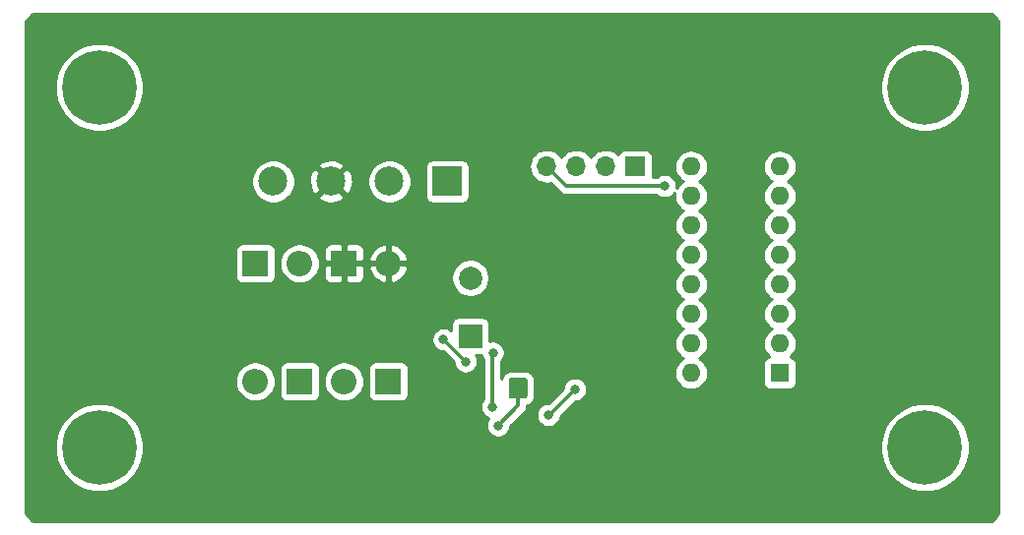
<source format=gbr>
G04 #@! TF.GenerationSoftware,KiCad,Pcbnew,5.1.2*
G04 #@! TF.CreationDate,2019-06-23T15:04:07+01:00*
G04 #@! TF.ProjectId,garage_receiver,67617261-6765-45f7-9265-636569766572,rev?*
G04 #@! TF.SameCoordinates,Original*
G04 #@! TF.FileFunction,Copper,L2,Bot*
G04 #@! TF.FilePolarity,Positive*
%FSLAX46Y46*%
G04 Gerber Fmt 4.6, Leading zero omitted, Abs format (unit mm)*
G04 Created by KiCad (PCBNEW 5.1.2) date 2019-06-23 15:04:07*
%MOMM*%
%LPD*%
G04 APERTURE LIST*
%ADD10C,0.100000*%
%ADD11C,1.600000*%
%ADD12C,0.500000*%
%ADD13C,0.800000*%
%ADD14C,6.400000*%
%ADD15C,2.500000*%
%ADD16R,2.500000X2.500000*%
%ADD17O,2.200000X2.200000*%
%ADD18R,2.200000X2.200000*%
%ADD19R,2.000000X2.000000*%
%ADD20C,2.000000*%
%ADD21R,1.700000X1.700000*%
%ADD22O,1.700000X1.700000*%
%ADD23R,1.600000X1.600000*%
%ADD24O,1.600000X1.600000*%
%ADD25C,0.300000*%
%ADD26C,0.254000*%
G04 APERTURE END LIST*
D10*
G36*
X217056504Y-109217204D02*
G01*
X217080773Y-109220804D01*
X217104571Y-109226765D01*
X217127671Y-109235030D01*
X217149849Y-109245520D01*
X217170893Y-109258133D01*
X217190598Y-109272747D01*
X217208777Y-109289223D01*
X217225253Y-109307402D01*
X217239867Y-109327107D01*
X217252480Y-109348151D01*
X217262970Y-109370329D01*
X217271235Y-109393429D01*
X217277196Y-109417227D01*
X217280796Y-109441496D01*
X217282000Y-109466000D01*
X217282000Y-110766000D01*
X217280796Y-110790504D01*
X217277196Y-110814773D01*
X217271235Y-110838571D01*
X217262970Y-110861671D01*
X217252480Y-110883849D01*
X217239867Y-110904893D01*
X217225253Y-110924598D01*
X217208777Y-110942777D01*
X217190598Y-110959253D01*
X217170893Y-110973867D01*
X217149849Y-110986480D01*
X217127671Y-110996970D01*
X217104571Y-111005235D01*
X217080773Y-111011196D01*
X217056504Y-111014796D01*
X217032000Y-111016000D01*
X215932000Y-111016000D01*
X215907496Y-111014796D01*
X215883227Y-111011196D01*
X215859429Y-111005235D01*
X215836329Y-110996970D01*
X215814151Y-110986480D01*
X215793107Y-110973867D01*
X215773402Y-110959253D01*
X215755223Y-110942777D01*
X215738747Y-110924598D01*
X215724133Y-110904893D01*
X215711520Y-110883849D01*
X215701030Y-110861671D01*
X215692765Y-110838571D01*
X215686804Y-110814773D01*
X215683204Y-110790504D01*
X215682000Y-110766000D01*
X215682000Y-109466000D01*
X215683204Y-109441496D01*
X215686804Y-109417227D01*
X215692765Y-109393429D01*
X215701030Y-109370329D01*
X215711520Y-109348151D01*
X215724133Y-109327107D01*
X215738747Y-109307402D01*
X215755223Y-109289223D01*
X215773402Y-109272747D01*
X215793107Y-109258133D01*
X215814151Y-109245520D01*
X215836329Y-109235030D01*
X215859429Y-109226765D01*
X215883227Y-109220804D01*
X215907496Y-109217204D01*
X215932000Y-109216000D01*
X217032000Y-109216000D01*
X217056504Y-109217204D01*
X217056504Y-109217204D01*
G37*
D11*
X216482000Y-110116000D03*
D12*
X215932000Y-109466000D03*
X217032000Y-109466000D03*
X215932000Y-110766000D03*
X217032000Y-110766000D03*
D13*
X253179056Y-113518944D03*
X251482000Y-112816000D03*
X249784944Y-113518944D03*
X249082000Y-115216000D03*
X249784944Y-116913056D03*
X251482000Y-117616000D03*
X253179056Y-116913056D03*
X253882000Y-115216000D03*
D14*
X251482000Y-115216000D03*
D13*
X182179056Y-113518944D03*
X180482000Y-112816000D03*
X178784944Y-113518944D03*
X178082000Y-115216000D03*
X178784944Y-116913056D03*
X180482000Y-117616000D03*
X182179056Y-116913056D03*
X182882000Y-115216000D03*
D14*
X180482000Y-115216000D03*
D13*
X253179056Y-82518944D03*
X251482000Y-81816000D03*
X249784944Y-82518944D03*
X249082000Y-84216000D03*
X249784944Y-85913056D03*
X251482000Y-86616000D03*
X253179056Y-85913056D03*
X253882000Y-84216000D03*
D14*
X251482000Y-84216000D03*
D13*
X182179056Y-82518944D03*
X180482000Y-81816000D03*
X178784944Y-82518944D03*
X178082000Y-84216000D03*
X178784944Y-85913056D03*
X180482000Y-86616000D03*
X182179056Y-85913056D03*
X182882000Y-84216000D03*
D14*
X180482000Y-84216000D03*
D15*
X195418000Y-92316000D03*
X200418000Y-92316000D03*
X205418000Y-92316000D03*
D16*
X210418000Y-92316000D03*
D17*
X205338000Y-99374000D03*
D18*
X205338000Y-109534000D03*
D19*
X212382000Y-105616000D03*
D20*
X212382000Y-100616000D03*
D21*
X226562000Y-91016000D03*
D22*
X224022000Y-91016000D03*
X221482000Y-91016000D03*
X218942000Y-91016000D03*
D17*
X201528000Y-109534000D03*
D18*
X201528000Y-99374000D03*
D23*
X238982000Y-108816000D03*
D24*
X231362000Y-91036000D03*
X238982000Y-106276000D03*
X231362000Y-93576000D03*
X238982000Y-103736000D03*
X231362000Y-96116000D03*
X238982000Y-101196000D03*
X231362000Y-98656000D03*
X238982000Y-98656000D03*
X231362000Y-101196000D03*
X238982000Y-96116000D03*
X231362000Y-103736000D03*
X238982000Y-93576000D03*
X231362000Y-106276000D03*
X238982000Y-91036000D03*
X231362000Y-108816000D03*
D17*
X193908000Y-109534000D03*
D18*
X193908000Y-99374000D03*
D17*
X197718000Y-99374000D03*
D18*
X197718000Y-109534000D03*
D13*
X214782000Y-113316000D03*
X211982000Y-107816000D03*
X210082000Y-105916000D03*
X221382000Y-110216000D03*
X219082000Y-112416000D03*
X229082000Y-92716000D03*
X214282000Y-111716010D03*
X214332000Y-107066000D03*
D25*
X216482000Y-110116000D02*
X216482000Y-111616000D01*
X216482000Y-111616000D02*
X214782000Y-113316000D01*
X211982000Y-107816000D02*
X210082000Y-105916000D01*
X221382000Y-110216000D02*
X219182000Y-112416000D01*
X219182000Y-112416000D02*
X219082000Y-112416000D01*
X220642000Y-92716000D02*
X218942000Y-91016000D01*
X229082000Y-92716000D02*
X220642000Y-92716000D01*
X214282000Y-107116000D02*
X214332000Y-107066000D01*
X214282000Y-111716010D02*
X214282000Y-107116000D01*
D26*
G36*
X257273156Y-77969951D02*
G01*
X257513376Y-78184624D01*
X257728049Y-78424844D01*
X257797000Y-78522021D01*
X257797001Y-120909978D01*
X257728049Y-121007156D01*
X257513376Y-121247376D01*
X257273156Y-121462049D01*
X257175979Y-121531000D01*
X174788021Y-121531000D01*
X174690844Y-121462049D01*
X174450624Y-121247376D01*
X174235951Y-121007156D01*
X174167000Y-120909979D01*
X174167000Y-114838285D01*
X176647000Y-114838285D01*
X176647000Y-115593715D01*
X176794377Y-116334628D01*
X177083467Y-117032554D01*
X177503161Y-117660670D01*
X178037330Y-118194839D01*
X178665446Y-118614533D01*
X179363372Y-118903623D01*
X180104285Y-119051000D01*
X180859715Y-119051000D01*
X181600628Y-118903623D01*
X182298554Y-118614533D01*
X182926670Y-118194839D01*
X183460839Y-117660670D01*
X183880533Y-117032554D01*
X184169623Y-116334628D01*
X184317000Y-115593715D01*
X184317000Y-114838285D01*
X247647000Y-114838285D01*
X247647000Y-115593715D01*
X247794377Y-116334628D01*
X248083467Y-117032554D01*
X248503161Y-117660670D01*
X249037330Y-118194839D01*
X249665446Y-118614533D01*
X250363372Y-118903623D01*
X251104285Y-119051000D01*
X251859715Y-119051000D01*
X252600628Y-118903623D01*
X253298554Y-118614533D01*
X253926670Y-118194839D01*
X254460839Y-117660670D01*
X254880533Y-117032554D01*
X255169623Y-116334628D01*
X255317000Y-115593715D01*
X255317000Y-114838285D01*
X255169623Y-114097372D01*
X254880533Y-113399446D01*
X254460839Y-112771330D01*
X253926670Y-112237161D01*
X253298554Y-111817467D01*
X252600628Y-111528377D01*
X251859715Y-111381000D01*
X251104285Y-111381000D01*
X250363372Y-111528377D01*
X249665446Y-111817467D01*
X249037330Y-112237161D01*
X248503161Y-112771330D01*
X248083467Y-113399446D01*
X247794377Y-114097372D01*
X247647000Y-114838285D01*
X184317000Y-114838285D01*
X184169623Y-114097372D01*
X183880533Y-113399446D01*
X183460839Y-112771330D01*
X182926670Y-112237161D01*
X182298554Y-111817467D01*
X181600628Y-111528377D01*
X180859715Y-111381000D01*
X180104285Y-111381000D01*
X179363372Y-111528377D01*
X178665446Y-111817467D01*
X178037330Y-112237161D01*
X177503161Y-112771330D01*
X177083467Y-113399446D01*
X176794377Y-114097372D01*
X176647000Y-114838285D01*
X174167000Y-114838285D01*
X174167000Y-109534000D01*
X192164606Y-109534000D01*
X192198105Y-109874119D01*
X192297314Y-110201168D01*
X192458421Y-110502578D01*
X192675234Y-110766766D01*
X192939422Y-110983579D01*
X193240832Y-111144686D01*
X193567881Y-111243895D01*
X193822775Y-111269000D01*
X193993225Y-111269000D01*
X194248119Y-111243895D01*
X194575168Y-111144686D01*
X194876578Y-110983579D01*
X195140766Y-110766766D01*
X195357579Y-110502578D01*
X195518686Y-110201168D01*
X195617895Y-109874119D01*
X195651394Y-109534000D01*
X195617895Y-109193881D01*
X195518686Y-108866832D01*
X195357579Y-108565422D01*
X195249724Y-108434000D01*
X195979928Y-108434000D01*
X195979928Y-110634000D01*
X195992188Y-110758482D01*
X196028498Y-110878180D01*
X196087463Y-110988494D01*
X196166815Y-111085185D01*
X196263506Y-111164537D01*
X196373820Y-111223502D01*
X196493518Y-111259812D01*
X196618000Y-111272072D01*
X198818000Y-111272072D01*
X198942482Y-111259812D01*
X199062180Y-111223502D01*
X199172494Y-111164537D01*
X199269185Y-111085185D01*
X199348537Y-110988494D01*
X199407502Y-110878180D01*
X199443812Y-110758482D01*
X199456072Y-110634000D01*
X199456072Y-109534000D01*
X199784606Y-109534000D01*
X199818105Y-109874119D01*
X199917314Y-110201168D01*
X200078421Y-110502578D01*
X200295234Y-110766766D01*
X200559422Y-110983579D01*
X200860832Y-111144686D01*
X201187881Y-111243895D01*
X201442775Y-111269000D01*
X201613225Y-111269000D01*
X201868119Y-111243895D01*
X202195168Y-111144686D01*
X202496578Y-110983579D01*
X202760766Y-110766766D01*
X202977579Y-110502578D01*
X203138686Y-110201168D01*
X203237895Y-109874119D01*
X203271394Y-109534000D01*
X203237895Y-109193881D01*
X203138686Y-108866832D01*
X202977579Y-108565422D01*
X202869724Y-108434000D01*
X203599928Y-108434000D01*
X203599928Y-110634000D01*
X203612188Y-110758482D01*
X203648498Y-110878180D01*
X203707463Y-110988494D01*
X203786815Y-111085185D01*
X203883506Y-111164537D01*
X203993820Y-111223502D01*
X204113518Y-111259812D01*
X204238000Y-111272072D01*
X206438000Y-111272072D01*
X206562482Y-111259812D01*
X206682180Y-111223502D01*
X206792494Y-111164537D01*
X206889185Y-111085185D01*
X206968537Y-110988494D01*
X207027502Y-110878180D01*
X207063812Y-110758482D01*
X207076072Y-110634000D01*
X207076072Y-108434000D01*
X207063812Y-108309518D01*
X207027502Y-108189820D01*
X206968537Y-108079506D01*
X206889185Y-107982815D01*
X206792494Y-107903463D01*
X206682180Y-107844498D01*
X206562482Y-107808188D01*
X206438000Y-107795928D01*
X204238000Y-107795928D01*
X204113518Y-107808188D01*
X203993820Y-107844498D01*
X203883506Y-107903463D01*
X203786815Y-107982815D01*
X203707463Y-108079506D01*
X203648498Y-108189820D01*
X203612188Y-108309518D01*
X203599928Y-108434000D01*
X202869724Y-108434000D01*
X202760766Y-108301234D01*
X202496578Y-108084421D01*
X202195168Y-107923314D01*
X201868119Y-107824105D01*
X201613225Y-107799000D01*
X201442775Y-107799000D01*
X201187881Y-107824105D01*
X200860832Y-107923314D01*
X200559422Y-108084421D01*
X200295234Y-108301234D01*
X200078421Y-108565422D01*
X199917314Y-108866832D01*
X199818105Y-109193881D01*
X199784606Y-109534000D01*
X199456072Y-109534000D01*
X199456072Y-108434000D01*
X199443812Y-108309518D01*
X199407502Y-108189820D01*
X199348537Y-108079506D01*
X199269185Y-107982815D01*
X199172494Y-107903463D01*
X199062180Y-107844498D01*
X198942482Y-107808188D01*
X198818000Y-107795928D01*
X196618000Y-107795928D01*
X196493518Y-107808188D01*
X196373820Y-107844498D01*
X196263506Y-107903463D01*
X196166815Y-107982815D01*
X196087463Y-108079506D01*
X196028498Y-108189820D01*
X195992188Y-108309518D01*
X195979928Y-108434000D01*
X195249724Y-108434000D01*
X195140766Y-108301234D01*
X194876578Y-108084421D01*
X194575168Y-107923314D01*
X194248119Y-107824105D01*
X193993225Y-107799000D01*
X193822775Y-107799000D01*
X193567881Y-107824105D01*
X193240832Y-107923314D01*
X192939422Y-108084421D01*
X192675234Y-108301234D01*
X192458421Y-108565422D01*
X192297314Y-108866832D01*
X192198105Y-109193881D01*
X192164606Y-109534000D01*
X174167000Y-109534000D01*
X174167000Y-105814061D01*
X209047000Y-105814061D01*
X209047000Y-106017939D01*
X209086774Y-106217898D01*
X209164795Y-106406256D01*
X209278063Y-106575774D01*
X209422226Y-106719937D01*
X209591744Y-106833205D01*
X209780102Y-106911226D01*
X209980061Y-106951000D01*
X210006843Y-106951000D01*
X210947000Y-107891157D01*
X210947000Y-107917939D01*
X210986774Y-108117898D01*
X211064795Y-108306256D01*
X211178063Y-108475774D01*
X211322226Y-108619937D01*
X211491744Y-108733205D01*
X211680102Y-108811226D01*
X211880061Y-108851000D01*
X212083939Y-108851000D01*
X212283898Y-108811226D01*
X212472256Y-108733205D01*
X212641774Y-108619937D01*
X212785937Y-108475774D01*
X212899205Y-108306256D01*
X212977226Y-108117898D01*
X213017000Y-107917939D01*
X213017000Y-107714061D01*
X212977226Y-107514102D01*
X212899205Y-107325744D01*
X212851315Y-107254072D01*
X213314133Y-107254072D01*
X213336774Y-107367898D01*
X213414795Y-107556256D01*
X213497001Y-107679286D01*
X213497000Y-111037299D01*
X213478063Y-111056236D01*
X213364795Y-111225754D01*
X213286774Y-111414112D01*
X213247000Y-111614071D01*
X213247000Y-111817949D01*
X213286774Y-112017908D01*
X213364795Y-112206266D01*
X213478063Y-112375784D01*
X213622226Y-112519947D01*
X213791744Y-112633215D01*
X213949716Y-112698650D01*
X213864795Y-112825744D01*
X213786774Y-113014102D01*
X213747000Y-113214061D01*
X213747000Y-113417939D01*
X213786774Y-113617898D01*
X213864795Y-113806256D01*
X213978063Y-113975774D01*
X214122226Y-114119937D01*
X214291744Y-114233205D01*
X214480102Y-114311226D01*
X214680061Y-114351000D01*
X214883939Y-114351000D01*
X215083898Y-114311226D01*
X215272256Y-114233205D01*
X215441774Y-114119937D01*
X215585937Y-113975774D01*
X215699205Y-113806256D01*
X215777226Y-113617898D01*
X215817000Y-113417939D01*
X215817000Y-113391157D01*
X216894096Y-112314061D01*
X218047000Y-112314061D01*
X218047000Y-112517939D01*
X218086774Y-112717898D01*
X218164795Y-112906256D01*
X218278063Y-113075774D01*
X218422226Y-113219937D01*
X218591744Y-113333205D01*
X218780102Y-113411226D01*
X218980061Y-113451000D01*
X219183939Y-113451000D01*
X219383898Y-113411226D01*
X219572256Y-113333205D01*
X219741774Y-113219937D01*
X219885937Y-113075774D01*
X219999205Y-112906256D01*
X220077226Y-112717898D01*
X220098820Y-112609337D01*
X221457157Y-111251000D01*
X221483939Y-111251000D01*
X221683898Y-111211226D01*
X221872256Y-111133205D01*
X222041774Y-111019937D01*
X222185937Y-110875774D01*
X222299205Y-110706256D01*
X222377226Y-110517898D01*
X222417000Y-110317939D01*
X222417000Y-110114061D01*
X222377226Y-109914102D01*
X222299205Y-109725744D01*
X222185937Y-109556226D01*
X222041774Y-109412063D01*
X221872256Y-109298795D01*
X221683898Y-109220774D01*
X221483939Y-109181000D01*
X221280061Y-109181000D01*
X221080102Y-109220774D01*
X220891744Y-109298795D01*
X220722226Y-109412063D01*
X220578063Y-109556226D01*
X220464795Y-109725744D01*
X220386774Y-109914102D01*
X220347000Y-110114061D01*
X220347000Y-110140843D01*
X219106843Y-111381000D01*
X218980061Y-111381000D01*
X218780102Y-111420774D01*
X218591744Y-111498795D01*
X218422226Y-111612063D01*
X218278063Y-111756226D01*
X218164795Y-111925744D01*
X218086774Y-112114102D01*
X218047000Y-112314061D01*
X216894096Y-112314061D01*
X217009816Y-112198342D01*
X217039764Y-112173764D01*
X217137862Y-112054233D01*
X217210754Y-111917860D01*
X217255641Y-111769887D01*
X217267000Y-111654561D01*
X217267000Y-111654554D01*
X217270311Y-111620935D01*
X217290145Y-111616990D01*
X217341857Y-111595570D01*
X217371850Y-111586472D01*
X217399491Y-111571698D01*
X217451205Y-111550277D01*
X217497747Y-111519178D01*
X217525386Y-111504405D01*
X217549613Y-111484523D01*
X217596155Y-111453424D01*
X217635732Y-111413847D01*
X217659962Y-111393962D01*
X217679847Y-111369732D01*
X217719424Y-111330155D01*
X217750523Y-111283613D01*
X217770405Y-111259386D01*
X217785178Y-111231747D01*
X217816277Y-111185205D01*
X217837698Y-111133491D01*
X217852472Y-111105850D01*
X217861570Y-111075857D01*
X217882990Y-111024145D01*
X217893910Y-110969246D01*
X217903008Y-110939254D01*
X217906080Y-110908064D01*
X217917000Y-110853165D01*
X217917000Y-110797191D01*
X217920072Y-110766000D01*
X217920072Y-109466000D01*
X217917000Y-109434809D01*
X217917000Y-109378835D01*
X217906080Y-109323936D01*
X217903008Y-109292746D01*
X217893910Y-109262754D01*
X217882990Y-109207855D01*
X217861570Y-109156143D01*
X217852472Y-109126150D01*
X217837698Y-109098509D01*
X217816277Y-109046795D01*
X217785178Y-109000253D01*
X217770405Y-108972614D01*
X217750523Y-108948387D01*
X217719424Y-108901845D01*
X217679847Y-108862268D01*
X217659962Y-108838038D01*
X217635732Y-108818153D01*
X217596155Y-108778576D01*
X217549613Y-108747477D01*
X217525386Y-108727595D01*
X217497747Y-108712822D01*
X217451205Y-108681723D01*
X217399491Y-108660302D01*
X217371850Y-108645528D01*
X217341857Y-108636430D01*
X217290145Y-108615010D01*
X217235246Y-108604090D01*
X217205254Y-108594992D01*
X217174064Y-108591920D01*
X217119165Y-108581000D01*
X217063191Y-108581000D01*
X217032000Y-108577928D01*
X215932000Y-108577928D01*
X215900809Y-108581000D01*
X215844835Y-108581000D01*
X215789936Y-108591920D01*
X215758746Y-108594992D01*
X215728754Y-108604090D01*
X215673855Y-108615010D01*
X215622143Y-108636430D01*
X215592150Y-108645528D01*
X215564509Y-108660302D01*
X215512795Y-108681723D01*
X215466253Y-108712822D01*
X215438614Y-108727595D01*
X215414387Y-108747477D01*
X215367845Y-108778576D01*
X215328268Y-108818153D01*
X215304038Y-108838038D01*
X215284153Y-108862268D01*
X215244576Y-108901845D01*
X215213477Y-108948387D01*
X215193595Y-108972614D01*
X215178822Y-109000253D01*
X215147723Y-109046795D01*
X215126302Y-109098509D01*
X215111528Y-109126150D01*
X215102430Y-109156143D01*
X215081010Y-109207855D01*
X215070090Y-109262754D01*
X215067000Y-109272940D01*
X215067000Y-107794711D01*
X215135937Y-107725774D01*
X215249205Y-107556256D01*
X215327226Y-107367898D01*
X215367000Y-107167939D01*
X215367000Y-106964061D01*
X215327226Y-106764102D01*
X215249205Y-106575744D01*
X215135937Y-106406226D01*
X214991774Y-106262063D01*
X214822256Y-106148795D01*
X214633898Y-106070774D01*
X214433939Y-106031000D01*
X214230061Y-106031000D01*
X214030102Y-106070774D01*
X214020072Y-106074929D01*
X214020072Y-104616000D01*
X214007812Y-104491518D01*
X213971502Y-104371820D01*
X213912537Y-104261506D01*
X213833185Y-104164815D01*
X213736494Y-104085463D01*
X213626180Y-104026498D01*
X213506482Y-103990188D01*
X213382000Y-103977928D01*
X211382000Y-103977928D01*
X211257518Y-103990188D01*
X211137820Y-104026498D01*
X211027506Y-104085463D01*
X210930815Y-104164815D01*
X210851463Y-104261506D01*
X210792498Y-104371820D01*
X210756188Y-104491518D01*
X210743928Y-104616000D01*
X210743928Y-105114217D01*
X210741774Y-105112063D01*
X210572256Y-104998795D01*
X210383898Y-104920774D01*
X210183939Y-104881000D01*
X209980061Y-104881000D01*
X209780102Y-104920774D01*
X209591744Y-104998795D01*
X209422226Y-105112063D01*
X209278063Y-105256226D01*
X209164795Y-105425744D01*
X209086774Y-105614102D01*
X209047000Y-105814061D01*
X174167000Y-105814061D01*
X174167000Y-98274000D01*
X192169928Y-98274000D01*
X192169928Y-100474000D01*
X192182188Y-100598482D01*
X192218498Y-100718180D01*
X192277463Y-100828494D01*
X192356815Y-100925185D01*
X192453506Y-101004537D01*
X192563820Y-101063502D01*
X192683518Y-101099812D01*
X192808000Y-101112072D01*
X195008000Y-101112072D01*
X195132482Y-101099812D01*
X195252180Y-101063502D01*
X195362494Y-101004537D01*
X195459185Y-100925185D01*
X195538537Y-100828494D01*
X195597502Y-100718180D01*
X195633812Y-100598482D01*
X195646072Y-100474000D01*
X195646072Y-99374000D01*
X195974606Y-99374000D01*
X196008105Y-99714119D01*
X196107314Y-100041168D01*
X196268421Y-100342578D01*
X196485234Y-100606766D01*
X196749422Y-100823579D01*
X197050832Y-100984686D01*
X197377881Y-101083895D01*
X197632775Y-101109000D01*
X197803225Y-101109000D01*
X198058119Y-101083895D01*
X198385168Y-100984686D01*
X198686578Y-100823579D01*
X198950766Y-100606766D01*
X199059723Y-100474000D01*
X199789928Y-100474000D01*
X199802188Y-100598482D01*
X199838498Y-100718180D01*
X199897463Y-100828494D01*
X199976815Y-100925185D01*
X200073506Y-101004537D01*
X200183820Y-101063502D01*
X200303518Y-101099812D01*
X200428000Y-101112072D01*
X201242250Y-101109000D01*
X201401000Y-100950250D01*
X201401000Y-99501000D01*
X201655000Y-99501000D01*
X201655000Y-100950250D01*
X201813750Y-101109000D01*
X202628000Y-101112072D01*
X202752482Y-101099812D01*
X202872180Y-101063502D01*
X202982494Y-101004537D01*
X203079185Y-100925185D01*
X203158537Y-100828494D01*
X203217502Y-100718180D01*
X203253812Y-100598482D01*
X203266072Y-100474000D01*
X203263417Y-99770123D01*
X203648821Y-99770123D01*
X203758558Y-100092054D01*
X203928992Y-100386391D01*
X204153573Y-100641822D01*
X204423671Y-100848531D01*
X204728906Y-100998575D01*
X204941878Y-101063175D01*
X205211000Y-100945125D01*
X205211000Y-99501000D01*
X205465000Y-99501000D01*
X205465000Y-100945125D01*
X205734122Y-101063175D01*
X205947094Y-100998575D01*
X206252329Y-100848531D01*
X206522427Y-100641822D01*
X206686714Y-100454967D01*
X210747000Y-100454967D01*
X210747000Y-100777033D01*
X210809832Y-101092912D01*
X210933082Y-101390463D01*
X211112013Y-101658252D01*
X211339748Y-101885987D01*
X211607537Y-102064918D01*
X211905088Y-102188168D01*
X212220967Y-102251000D01*
X212543033Y-102251000D01*
X212858912Y-102188168D01*
X213156463Y-102064918D01*
X213424252Y-101885987D01*
X213651987Y-101658252D01*
X213830918Y-101390463D01*
X213954168Y-101092912D01*
X214017000Y-100777033D01*
X214017000Y-100454967D01*
X213954168Y-100139088D01*
X213830918Y-99841537D01*
X213651987Y-99573748D01*
X213424252Y-99346013D01*
X213156463Y-99167082D01*
X212858912Y-99043832D01*
X212543033Y-98981000D01*
X212220967Y-98981000D01*
X211905088Y-99043832D01*
X211607537Y-99167082D01*
X211339748Y-99346013D01*
X211112013Y-99573748D01*
X210933082Y-99841537D01*
X210809832Y-100139088D01*
X210747000Y-100454967D01*
X206686714Y-100454967D01*
X206747008Y-100386391D01*
X206917442Y-100092054D01*
X207027179Y-99770123D01*
X206909600Y-99501000D01*
X205465000Y-99501000D01*
X205211000Y-99501000D01*
X203766400Y-99501000D01*
X203648821Y-99770123D01*
X203263417Y-99770123D01*
X203263000Y-99659750D01*
X203104250Y-99501000D01*
X201655000Y-99501000D01*
X201401000Y-99501000D01*
X199951750Y-99501000D01*
X199793000Y-99659750D01*
X199789928Y-100474000D01*
X199059723Y-100474000D01*
X199167579Y-100342578D01*
X199328686Y-100041168D01*
X199427895Y-99714119D01*
X199461394Y-99374000D01*
X199427895Y-99033881D01*
X199328686Y-98706832D01*
X199167579Y-98405422D01*
X199059724Y-98274000D01*
X199789928Y-98274000D01*
X199793000Y-99088250D01*
X199951750Y-99247000D01*
X201401000Y-99247000D01*
X201401000Y-97797750D01*
X201655000Y-97797750D01*
X201655000Y-99247000D01*
X203104250Y-99247000D01*
X203263000Y-99088250D01*
X203263416Y-98977877D01*
X203648821Y-98977877D01*
X203766400Y-99247000D01*
X205211000Y-99247000D01*
X205211000Y-97802875D01*
X205465000Y-97802875D01*
X205465000Y-99247000D01*
X206909600Y-99247000D01*
X207027179Y-98977877D01*
X206917442Y-98655946D01*
X206747008Y-98361609D01*
X206522427Y-98106178D01*
X206252329Y-97899469D01*
X205947094Y-97749425D01*
X205734122Y-97684825D01*
X205465000Y-97802875D01*
X205211000Y-97802875D01*
X204941878Y-97684825D01*
X204728906Y-97749425D01*
X204423671Y-97899469D01*
X204153573Y-98106178D01*
X203928992Y-98361609D01*
X203758558Y-98655946D01*
X203648821Y-98977877D01*
X203263416Y-98977877D01*
X203266072Y-98274000D01*
X203253812Y-98149518D01*
X203217502Y-98029820D01*
X203158537Y-97919506D01*
X203079185Y-97822815D01*
X202982494Y-97743463D01*
X202872180Y-97684498D01*
X202752482Y-97648188D01*
X202628000Y-97635928D01*
X201813750Y-97639000D01*
X201655000Y-97797750D01*
X201401000Y-97797750D01*
X201242250Y-97639000D01*
X200428000Y-97635928D01*
X200303518Y-97648188D01*
X200183820Y-97684498D01*
X200073506Y-97743463D01*
X199976815Y-97822815D01*
X199897463Y-97919506D01*
X199838498Y-98029820D01*
X199802188Y-98149518D01*
X199789928Y-98274000D01*
X199059724Y-98274000D01*
X198950766Y-98141234D01*
X198686578Y-97924421D01*
X198385168Y-97763314D01*
X198058119Y-97664105D01*
X197803225Y-97639000D01*
X197632775Y-97639000D01*
X197377881Y-97664105D01*
X197050832Y-97763314D01*
X196749422Y-97924421D01*
X196485234Y-98141234D01*
X196268421Y-98405422D01*
X196107314Y-98706832D01*
X196008105Y-99033881D01*
X195974606Y-99374000D01*
X195646072Y-99374000D01*
X195646072Y-98274000D01*
X195633812Y-98149518D01*
X195597502Y-98029820D01*
X195538537Y-97919506D01*
X195459185Y-97822815D01*
X195362494Y-97743463D01*
X195252180Y-97684498D01*
X195132482Y-97648188D01*
X195008000Y-97635928D01*
X192808000Y-97635928D01*
X192683518Y-97648188D01*
X192563820Y-97684498D01*
X192453506Y-97743463D01*
X192356815Y-97822815D01*
X192277463Y-97919506D01*
X192218498Y-98029820D01*
X192182188Y-98149518D01*
X192169928Y-98274000D01*
X174167000Y-98274000D01*
X174167000Y-92130344D01*
X193533000Y-92130344D01*
X193533000Y-92501656D01*
X193605439Y-92865834D01*
X193747534Y-93208882D01*
X193953825Y-93517618D01*
X194216382Y-93780175D01*
X194525118Y-93986466D01*
X194868166Y-94128561D01*
X195232344Y-94201000D01*
X195603656Y-94201000D01*
X195967834Y-94128561D01*
X196310882Y-93986466D01*
X196619618Y-93780175D01*
X196770188Y-93629605D01*
X199284000Y-93629605D01*
X199409914Y-93919577D01*
X199742126Y-94085433D01*
X200100312Y-94183290D01*
X200470706Y-94209389D01*
X200839075Y-94162725D01*
X201191262Y-94045094D01*
X201426086Y-93919577D01*
X201552000Y-93629605D01*
X200418000Y-92495605D01*
X199284000Y-93629605D01*
X196770188Y-93629605D01*
X196882175Y-93517618D01*
X197088466Y-93208882D01*
X197230561Y-92865834D01*
X197303000Y-92501656D01*
X197303000Y-92368706D01*
X198524611Y-92368706D01*
X198571275Y-92737075D01*
X198688906Y-93089262D01*
X198814423Y-93324086D01*
X199104395Y-93450000D01*
X200238395Y-92316000D01*
X200597605Y-92316000D01*
X201731605Y-93450000D01*
X202021577Y-93324086D01*
X202187433Y-92991874D01*
X202285290Y-92633688D01*
X202311389Y-92263294D01*
X202294548Y-92130344D01*
X203533000Y-92130344D01*
X203533000Y-92501656D01*
X203605439Y-92865834D01*
X203747534Y-93208882D01*
X203953825Y-93517618D01*
X204216382Y-93780175D01*
X204525118Y-93986466D01*
X204868166Y-94128561D01*
X205232344Y-94201000D01*
X205603656Y-94201000D01*
X205967834Y-94128561D01*
X206310882Y-93986466D01*
X206619618Y-93780175D01*
X206882175Y-93517618D01*
X207088466Y-93208882D01*
X207230561Y-92865834D01*
X207303000Y-92501656D01*
X207303000Y-92130344D01*
X207230561Y-91766166D01*
X207088466Y-91423118D01*
X206882175Y-91114382D01*
X206833793Y-91066000D01*
X208529928Y-91066000D01*
X208529928Y-93566000D01*
X208542188Y-93690482D01*
X208578498Y-93810180D01*
X208637463Y-93920494D01*
X208716815Y-94017185D01*
X208813506Y-94096537D01*
X208923820Y-94155502D01*
X209043518Y-94191812D01*
X209168000Y-94204072D01*
X211668000Y-94204072D01*
X211792482Y-94191812D01*
X211912180Y-94155502D01*
X212022494Y-94096537D01*
X212119185Y-94017185D01*
X212198537Y-93920494D01*
X212257502Y-93810180D01*
X212293812Y-93690482D01*
X212306072Y-93566000D01*
X212306072Y-91066000D01*
X212301148Y-91016000D01*
X217449815Y-91016000D01*
X217478487Y-91307111D01*
X217563401Y-91587034D01*
X217701294Y-91845014D01*
X217886866Y-92071134D01*
X218112986Y-92256706D01*
X218370966Y-92394599D01*
X218650889Y-92479513D01*
X218869050Y-92501000D01*
X219014950Y-92501000D01*
X219233111Y-92479513D01*
X219280868Y-92465026D01*
X220059658Y-93243816D01*
X220084236Y-93273764D01*
X220114184Y-93298342D01*
X220114187Y-93298345D01*
X220143559Y-93322450D01*
X220203767Y-93371862D01*
X220340140Y-93444754D01*
X220488113Y-93489641D01*
X220603439Y-93501000D01*
X220603446Y-93501000D01*
X220641999Y-93504797D01*
X220680552Y-93501000D01*
X228403289Y-93501000D01*
X228422226Y-93519937D01*
X228591744Y-93633205D01*
X228780102Y-93711226D01*
X228980061Y-93751000D01*
X229183939Y-93751000D01*
X229383898Y-93711226D01*
X229572256Y-93633205D01*
X229741774Y-93519937D01*
X229885937Y-93375774D01*
X229954124Y-93273725D01*
X229947764Y-93294691D01*
X229920057Y-93576000D01*
X229947764Y-93857309D01*
X230029818Y-94127808D01*
X230163068Y-94377101D01*
X230342392Y-94595608D01*
X230560899Y-94774932D01*
X230693858Y-94846000D01*
X230560899Y-94917068D01*
X230342392Y-95096392D01*
X230163068Y-95314899D01*
X230029818Y-95564192D01*
X229947764Y-95834691D01*
X229920057Y-96116000D01*
X229947764Y-96397309D01*
X230029818Y-96667808D01*
X230163068Y-96917101D01*
X230342392Y-97135608D01*
X230560899Y-97314932D01*
X230693858Y-97386000D01*
X230560899Y-97457068D01*
X230342392Y-97636392D01*
X230163068Y-97854899D01*
X230029818Y-98104192D01*
X229947764Y-98374691D01*
X229920057Y-98656000D01*
X229947764Y-98937309D01*
X230029818Y-99207808D01*
X230163068Y-99457101D01*
X230342392Y-99675608D01*
X230560899Y-99854932D01*
X230693858Y-99926000D01*
X230560899Y-99997068D01*
X230342392Y-100176392D01*
X230163068Y-100394899D01*
X230029818Y-100644192D01*
X229947764Y-100914691D01*
X229920057Y-101196000D01*
X229947764Y-101477309D01*
X230029818Y-101747808D01*
X230163068Y-101997101D01*
X230342392Y-102215608D01*
X230560899Y-102394932D01*
X230693858Y-102466000D01*
X230560899Y-102537068D01*
X230342392Y-102716392D01*
X230163068Y-102934899D01*
X230029818Y-103184192D01*
X229947764Y-103454691D01*
X229920057Y-103736000D01*
X229947764Y-104017309D01*
X230029818Y-104287808D01*
X230163068Y-104537101D01*
X230342392Y-104755608D01*
X230560899Y-104934932D01*
X230693858Y-105006000D01*
X230560899Y-105077068D01*
X230342392Y-105256392D01*
X230163068Y-105474899D01*
X230029818Y-105724192D01*
X229947764Y-105994691D01*
X229920057Y-106276000D01*
X229947764Y-106557309D01*
X230029818Y-106827808D01*
X230163068Y-107077101D01*
X230342392Y-107295608D01*
X230560899Y-107474932D01*
X230693858Y-107546000D01*
X230560899Y-107617068D01*
X230342392Y-107796392D01*
X230163068Y-108014899D01*
X230029818Y-108264192D01*
X229947764Y-108534691D01*
X229920057Y-108816000D01*
X229947764Y-109097309D01*
X230029818Y-109367808D01*
X230163068Y-109617101D01*
X230342392Y-109835608D01*
X230560899Y-110014932D01*
X230810192Y-110148182D01*
X231080691Y-110230236D01*
X231291508Y-110251000D01*
X231432492Y-110251000D01*
X231643309Y-110230236D01*
X231913808Y-110148182D01*
X232163101Y-110014932D01*
X232381608Y-109835608D01*
X232560932Y-109617101D01*
X232694182Y-109367808D01*
X232776236Y-109097309D01*
X232803943Y-108816000D01*
X232776236Y-108534691D01*
X232694182Y-108264192D01*
X232560932Y-108014899D01*
X232381608Y-107796392D01*
X232163101Y-107617068D01*
X232030142Y-107546000D01*
X232163101Y-107474932D01*
X232381608Y-107295608D01*
X232560932Y-107077101D01*
X232694182Y-106827808D01*
X232776236Y-106557309D01*
X232803943Y-106276000D01*
X232776236Y-105994691D01*
X232694182Y-105724192D01*
X232560932Y-105474899D01*
X232381608Y-105256392D01*
X232163101Y-105077068D01*
X232030142Y-105006000D01*
X232163101Y-104934932D01*
X232381608Y-104755608D01*
X232560932Y-104537101D01*
X232694182Y-104287808D01*
X232776236Y-104017309D01*
X232803943Y-103736000D01*
X232776236Y-103454691D01*
X232694182Y-103184192D01*
X232560932Y-102934899D01*
X232381608Y-102716392D01*
X232163101Y-102537068D01*
X232030142Y-102466000D01*
X232163101Y-102394932D01*
X232381608Y-102215608D01*
X232560932Y-101997101D01*
X232694182Y-101747808D01*
X232776236Y-101477309D01*
X232803943Y-101196000D01*
X232776236Y-100914691D01*
X232694182Y-100644192D01*
X232560932Y-100394899D01*
X232381608Y-100176392D01*
X232163101Y-99997068D01*
X232030142Y-99926000D01*
X232163101Y-99854932D01*
X232381608Y-99675608D01*
X232560932Y-99457101D01*
X232694182Y-99207808D01*
X232776236Y-98937309D01*
X232803943Y-98656000D01*
X232776236Y-98374691D01*
X232694182Y-98104192D01*
X232560932Y-97854899D01*
X232381608Y-97636392D01*
X232163101Y-97457068D01*
X232030142Y-97386000D01*
X232163101Y-97314932D01*
X232381608Y-97135608D01*
X232560932Y-96917101D01*
X232694182Y-96667808D01*
X232776236Y-96397309D01*
X232803943Y-96116000D01*
X232776236Y-95834691D01*
X232694182Y-95564192D01*
X232560932Y-95314899D01*
X232381608Y-95096392D01*
X232163101Y-94917068D01*
X232030142Y-94846000D01*
X232163101Y-94774932D01*
X232381608Y-94595608D01*
X232560932Y-94377101D01*
X232694182Y-94127808D01*
X232776236Y-93857309D01*
X232803943Y-93576000D01*
X232776236Y-93294691D01*
X232694182Y-93024192D01*
X232560932Y-92774899D01*
X232381608Y-92556392D01*
X232163101Y-92377068D01*
X232030142Y-92306000D01*
X232163101Y-92234932D01*
X232381608Y-92055608D01*
X232560932Y-91837101D01*
X232694182Y-91587808D01*
X232776236Y-91317309D01*
X232803943Y-91036000D01*
X237540057Y-91036000D01*
X237567764Y-91317309D01*
X237649818Y-91587808D01*
X237783068Y-91837101D01*
X237962392Y-92055608D01*
X238180899Y-92234932D01*
X238313858Y-92306000D01*
X238180899Y-92377068D01*
X237962392Y-92556392D01*
X237783068Y-92774899D01*
X237649818Y-93024192D01*
X237567764Y-93294691D01*
X237540057Y-93576000D01*
X237567764Y-93857309D01*
X237649818Y-94127808D01*
X237783068Y-94377101D01*
X237962392Y-94595608D01*
X238180899Y-94774932D01*
X238313858Y-94846000D01*
X238180899Y-94917068D01*
X237962392Y-95096392D01*
X237783068Y-95314899D01*
X237649818Y-95564192D01*
X237567764Y-95834691D01*
X237540057Y-96116000D01*
X237567764Y-96397309D01*
X237649818Y-96667808D01*
X237783068Y-96917101D01*
X237962392Y-97135608D01*
X238180899Y-97314932D01*
X238313858Y-97386000D01*
X238180899Y-97457068D01*
X237962392Y-97636392D01*
X237783068Y-97854899D01*
X237649818Y-98104192D01*
X237567764Y-98374691D01*
X237540057Y-98656000D01*
X237567764Y-98937309D01*
X237649818Y-99207808D01*
X237783068Y-99457101D01*
X237962392Y-99675608D01*
X238180899Y-99854932D01*
X238313858Y-99926000D01*
X238180899Y-99997068D01*
X237962392Y-100176392D01*
X237783068Y-100394899D01*
X237649818Y-100644192D01*
X237567764Y-100914691D01*
X237540057Y-101196000D01*
X237567764Y-101477309D01*
X237649818Y-101747808D01*
X237783068Y-101997101D01*
X237962392Y-102215608D01*
X238180899Y-102394932D01*
X238313858Y-102466000D01*
X238180899Y-102537068D01*
X237962392Y-102716392D01*
X237783068Y-102934899D01*
X237649818Y-103184192D01*
X237567764Y-103454691D01*
X237540057Y-103736000D01*
X237567764Y-104017309D01*
X237649818Y-104287808D01*
X237783068Y-104537101D01*
X237962392Y-104755608D01*
X238180899Y-104934932D01*
X238313858Y-105006000D01*
X238180899Y-105077068D01*
X237962392Y-105256392D01*
X237783068Y-105474899D01*
X237649818Y-105724192D01*
X237567764Y-105994691D01*
X237540057Y-106276000D01*
X237567764Y-106557309D01*
X237649818Y-106827808D01*
X237783068Y-107077101D01*
X237962392Y-107295608D01*
X238075482Y-107388419D01*
X238057518Y-107390188D01*
X237937820Y-107426498D01*
X237827506Y-107485463D01*
X237730815Y-107564815D01*
X237651463Y-107661506D01*
X237592498Y-107771820D01*
X237556188Y-107891518D01*
X237543928Y-108016000D01*
X237543928Y-109616000D01*
X237556188Y-109740482D01*
X237592498Y-109860180D01*
X237651463Y-109970494D01*
X237730815Y-110067185D01*
X237827506Y-110146537D01*
X237937820Y-110205502D01*
X238057518Y-110241812D01*
X238182000Y-110254072D01*
X239782000Y-110254072D01*
X239906482Y-110241812D01*
X240026180Y-110205502D01*
X240136494Y-110146537D01*
X240233185Y-110067185D01*
X240312537Y-109970494D01*
X240371502Y-109860180D01*
X240407812Y-109740482D01*
X240420072Y-109616000D01*
X240420072Y-108016000D01*
X240407812Y-107891518D01*
X240371502Y-107771820D01*
X240312537Y-107661506D01*
X240233185Y-107564815D01*
X240136494Y-107485463D01*
X240026180Y-107426498D01*
X239906482Y-107390188D01*
X239888518Y-107388419D01*
X240001608Y-107295608D01*
X240180932Y-107077101D01*
X240314182Y-106827808D01*
X240396236Y-106557309D01*
X240423943Y-106276000D01*
X240396236Y-105994691D01*
X240314182Y-105724192D01*
X240180932Y-105474899D01*
X240001608Y-105256392D01*
X239783101Y-105077068D01*
X239650142Y-105006000D01*
X239783101Y-104934932D01*
X240001608Y-104755608D01*
X240180932Y-104537101D01*
X240314182Y-104287808D01*
X240396236Y-104017309D01*
X240423943Y-103736000D01*
X240396236Y-103454691D01*
X240314182Y-103184192D01*
X240180932Y-102934899D01*
X240001608Y-102716392D01*
X239783101Y-102537068D01*
X239650142Y-102466000D01*
X239783101Y-102394932D01*
X240001608Y-102215608D01*
X240180932Y-101997101D01*
X240314182Y-101747808D01*
X240396236Y-101477309D01*
X240423943Y-101196000D01*
X240396236Y-100914691D01*
X240314182Y-100644192D01*
X240180932Y-100394899D01*
X240001608Y-100176392D01*
X239783101Y-99997068D01*
X239650142Y-99926000D01*
X239783101Y-99854932D01*
X240001608Y-99675608D01*
X240180932Y-99457101D01*
X240314182Y-99207808D01*
X240396236Y-98937309D01*
X240423943Y-98656000D01*
X240396236Y-98374691D01*
X240314182Y-98104192D01*
X240180932Y-97854899D01*
X240001608Y-97636392D01*
X239783101Y-97457068D01*
X239650142Y-97386000D01*
X239783101Y-97314932D01*
X240001608Y-97135608D01*
X240180932Y-96917101D01*
X240314182Y-96667808D01*
X240396236Y-96397309D01*
X240423943Y-96116000D01*
X240396236Y-95834691D01*
X240314182Y-95564192D01*
X240180932Y-95314899D01*
X240001608Y-95096392D01*
X239783101Y-94917068D01*
X239650142Y-94846000D01*
X239783101Y-94774932D01*
X240001608Y-94595608D01*
X240180932Y-94377101D01*
X240314182Y-94127808D01*
X240396236Y-93857309D01*
X240423943Y-93576000D01*
X240396236Y-93294691D01*
X240314182Y-93024192D01*
X240180932Y-92774899D01*
X240001608Y-92556392D01*
X239783101Y-92377068D01*
X239650142Y-92306000D01*
X239783101Y-92234932D01*
X240001608Y-92055608D01*
X240180932Y-91837101D01*
X240314182Y-91587808D01*
X240396236Y-91317309D01*
X240423943Y-91036000D01*
X240396236Y-90754691D01*
X240314182Y-90484192D01*
X240180932Y-90234899D01*
X240001608Y-90016392D01*
X239783101Y-89837068D01*
X239533808Y-89703818D01*
X239263309Y-89621764D01*
X239052492Y-89601000D01*
X238911508Y-89601000D01*
X238700691Y-89621764D01*
X238430192Y-89703818D01*
X238180899Y-89837068D01*
X237962392Y-90016392D01*
X237783068Y-90234899D01*
X237649818Y-90484192D01*
X237567764Y-90754691D01*
X237540057Y-91036000D01*
X232803943Y-91036000D01*
X232776236Y-90754691D01*
X232694182Y-90484192D01*
X232560932Y-90234899D01*
X232381608Y-90016392D01*
X232163101Y-89837068D01*
X231913808Y-89703818D01*
X231643309Y-89621764D01*
X231432492Y-89601000D01*
X231291508Y-89601000D01*
X231080691Y-89621764D01*
X230810192Y-89703818D01*
X230560899Y-89837068D01*
X230342392Y-90016392D01*
X230163068Y-90234899D01*
X230029818Y-90484192D01*
X229947764Y-90754691D01*
X229920057Y-91036000D01*
X229947764Y-91317309D01*
X230029818Y-91587808D01*
X230163068Y-91837101D01*
X230342392Y-92055608D01*
X230560899Y-92234932D01*
X230693858Y-92306000D01*
X230560899Y-92377068D01*
X230342392Y-92556392D01*
X230163068Y-92774899D01*
X230103331Y-92886659D01*
X230117000Y-92817939D01*
X230117000Y-92614061D01*
X230077226Y-92414102D01*
X229999205Y-92225744D01*
X229885937Y-92056226D01*
X229741774Y-91912063D01*
X229572256Y-91798795D01*
X229383898Y-91720774D01*
X229183939Y-91681000D01*
X228980061Y-91681000D01*
X228780102Y-91720774D01*
X228591744Y-91798795D01*
X228422226Y-91912063D01*
X228403289Y-91931000D01*
X228043670Y-91931000D01*
X228050072Y-91866000D01*
X228050072Y-90166000D01*
X228037812Y-90041518D01*
X228001502Y-89921820D01*
X227942537Y-89811506D01*
X227863185Y-89714815D01*
X227766494Y-89635463D01*
X227656180Y-89576498D01*
X227536482Y-89540188D01*
X227412000Y-89527928D01*
X225712000Y-89527928D01*
X225587518Y-89540188D01*
X225467820Y-89576498D01*
X225357506Y-89635463D01*
X225260815Y-89714815D01*
X225181463Y-89811506D01*
X225122498Y-89921820D01*
X225101607Y-89990687D01*
X225077134Y-89960866D01*
X224851014Y-89775294D01*
X224593034Y-89637401D01*
X224313111Y-89552487D01*
X224094950Y-89531000D01*
X223949050Y-89531000D01*
X223730889Y-89552487D01*
X223450966Y-89637401D01*
X223192986Y-89775294D01*
X222966866Y-89960866D01*
X222781294Y-90186986D01*
X222752000Y-90241791D01*
X222722706Y-90186986D01*
X222537134Y-89960866D01*
X222311014Y-89775294D01*
X222053034Y-89637401D01*
X221773111Y-89552487D01*
X221554950Y-89531000D01*
X221409050Y-89531000D01*
X221190889Y-89552487D01*
X220910966Y-89637401D01*
X220652986Y-89775294D01*
X220426866Y-89960866D01*
X220241294Y-90186986D01*
X220212000Y-90241791D01*
X220182706Y-90186986D01*
X219997134Y-89960866D01*
X219771014Y-89775294D01*
X219513034Y-89637401D01*
X219233111Y-89552487D01*
X219014950Y-89531000D01*
X218869050Y-89531000D01*
X218650889Y-89552487D01*
X218370966Y-89637401D01*
X218112986Y-89775294D01*
X217886866Y-89960866D01*
X217701294Y-90186986D01*
X217563401Y-90444966D01*
X217478487Y-90724889D01*
X217449815Y-91016000D01*
X212301148Y-91016000D01*
X212293812Y-90941518D01*
X212257502Y-90821820D01*
X212198537Y-90711506D01*
X212119185Y-90614815D01*
X212022494Y-90535463D01*
X211912180Y-90476498D01*
X211792482Y-90440188D01*
X211668000Y-90427928D01*
X209168000Y-90427928D01*
X209043518Y-90440188D01*
X208923820Y-90476498D01*
X208813506Y-90535463D01*
X208716815Y-90614815D01*
X208637463Y-90711506D01*
X208578498Y-90821820D01*
X208542188Y-90941518D01*
X208529928Y-91066000D01*
X206833793Y-91066000D01*
X206619618Y-90851825D01*
X206310882Y-90645534D01*
X205967834Y-90503439D01*
X205603656Y-90431000D01*
X205232344Y-90431000D01*
X204868166Y-90503439D01*
X204525118Y-90645534D01*
X204216382Y-90851825D01*
X203953825Y-91114382D01*
X203747534Y-91423118D01*
X203605439Y-91766166D01*
X203533000Y-92130344D01*
X202294548Y-92130344D01*
X202264725Y-91894925D01*
X202147094Y-91542738D01*
X202021577Y-91307914D01*
X201731605Y-91182000D01*
X200597605Y-92316000D01*
X200238395Y-92316000D01*
X199104395Y-91182000D01*
X198814423Y-91307914D01*
X198648567Y-91640126D01*
X198550710Y-91998312D01*
X198524611Y-92368706D01*
X197303000Y-92368706D01*
X197303000Y-92130344D01*
X197230561Y-91766166D01*
X197088466Y-91423118D01*
X196882175Y-91114382D01*
X196770188Y-91002395D01*
X199284000Y-91002395D01*
X200418000Y-92136395D01*
X201552000Y-91002395D01*
X201426086Y-90712423D01*
X201093874Y-90546567D01*
X200735688Y-90448710D01*
X200365294Y-90422611D01*
X199996925Y-90469275D01*
X199644738Y-90586906D01*
X199409914Y-90712423D01*
X199284000Y-91002395D01*
X196770188Y-91002395D01*
X196619618Y-90851825D01*
X196310882Y-90645534D01*
X195967834Y-90503439D01*
X195603656Y-90431000D01*
X195232344Y-90431000D01*
X194868166Y-90503439D01*
X194525118Y-90645534D01*
X194216382Y-90851825D01*
X193953825Y-91114382D01*
X193747534Y-91423118D01*
X193605439Y-91766166D01*
X193533000Y-92130344D01*
X174167000Y-92130344D01*
X174167000Y-83838285D01*
X176647000Y-83838285D01*
X176647000Y-84593715D01*
X176794377Y-85334628D01*
X177083467Y-86032554D01*
X177503161Y-86660670D01*
X178037330Y-87194839D01*
X178665446Y-87614533D01*
X179363372Y-87903623D01*
X180104285Y-88051000D01*
X180859715Y-88051000D01*
X181600628Y-87903623D01*
X182298554Y-87614533D01*
X182926670Y-87194839D01*
X183460839Y-86660670D01*
X183880533Y-86032554D01*
X184169623Y-85334628D01*
X184317000Y-84593715D01*
X184317000Y-83838285D01*
X247647000Y-83838285D01*
X247647000Y-84593715D01*
X247794377Y-85334628D01*
X248083467Y-86032554D01*
X248503161Y-86660670D01*
X249037330Y-87194839D01*
X249665446Y-87614533D01*
X250363372Y-87903623D01*
X251104285Y-88051000D01*
X251859715Y-88051000D01*
X252600628Y-87903623D01*
X253298554Y-87614533D01*
X253926670Y-87194839D01*
X254460839Y-86660670D01*
X254880533Y-86032554D01*
X255169623Y-85334628D01*
X255317000Y-84593715D01*
X255317000Y-83838285D01*
X255169623Y-83097372D01*
X254880533Y-82399446D01*
X254460839Y-81771330D01*
X253926670Y-81237161D01*
X253298554Y-80817467D01*
X252600628Y-80528377D01*
X251859715Y-80381000D01*
X251104285Y-80381000D01*
X250363372Y-80528377D01*
X249665446Y-80817467D01*
X249037330Y-81237161D01*
X248503161Y-81771330D01*
X248083467Y-82399446D01*
X247794377Y-83097372D01*
X247647000Y-83838285D01*
X184317000Y-83838285D01*
X184169623Y-83097372D01*
X183880533Y-82399446D01*
X183460839Y-81771330D01*
X182926670Y-81237161D01*
X182298554Y-80817467D01*
X181600628Y-80528377D01*
X180859715Y-80381000D01*
X180104285Y-80381000D01*
X179363372Y-80528377D01*
X178665446Y-80817467D01*
X178037330Y-81237161D01*
X177503161Y-81771330D01*
X177083467Y-82399446D01*
X176794377Y-83097372D01*
X176647000Y-83838285D01*
X174167000Y-83838285D01*
X174167000Y-78522021D01*
X174235951Y-78424844D01*
X174450624Y-78184624D01*
X174690844Y-77969951D01*
X174788021Y-77901000D01*
X257175979Y-77901000D01*
X257273156Y-77969951D01*
X257273156Y-77969951D01*
G37*
X257273156Y-77969951D02*
X257513376Y-78184624D01*
X257728049Y-78424844D01*
X257797000Y-78522021D01*
X257797001Y-120909978D01*
X257728049Y-121007156D01*
X257513376Y-121247376D01*
X257273156Y-121462049D01*
X257175979Y-121531000D01*
X174788021Y-121531000D01*
X174690844Y-121462049D01*
X174450624Y-121247376D01*
X174235951Y-121007156D01*
X174167000Y-120909979D01*
X174167000Y-114838285D01*
X176647000Y-114838285D01*
X176647000Y-115593715D01*
X176794377Y-116334628D01*
X177083467Y-117032554D01*
X177503161Y-117660670D01*
X178037330Y-118194839D01*
X178665446Y-118614533D01*
X179363372Y-118903623D01*
X180104285Y-119051000D01*
X180859715Y-119051000D01*
X181600628Y-118903623D01*
X182298554Y-118614533D01*
X182926670Y-118194839D01*
X183460839Y-117660670D01*
X183880533Y-117032554D01*
X184169623Y-116334628D01*
X184317000Y-115593715D01*
X184317000Y-114838285D01*
X247647000Y-114838285D01*
X247647000Y-115593715D01*
X247794377Y-116334628D01*
X248083467Y-117032554D01*
X248503161Y-117660670D01*
X249037330Y-118194839D01*
X249665446Y-118614533D01*
X250363372Y-118903623D01*
X251104285Y-119051000D01*
X251859715Y-119051000D01*
X252600628Y-118903623D01*
X253298554Y-118614533D01*
X253926670Y-118194839D01*
X254460839Y-117660670D01*
X254880533Y-117032554D01*
X255169623Y-116334628D01*
X255317000Y-115593715D01*
X255317000Y-114838285D01*
X255169623Y-114097372D01*
X254880533Y-113399446D01*
X254460839Y-112771330D01*
X253926670Y-112237161D01*
X253298554Y-111817467D01*
X252600628Y-111528377D01*
X251859715Y-111381000D01*
X251104285Y-111381000D01*
X250363372Y-111528377D01*
X249665446Y-111817467D01*
X249037330Y-112237161D01*
X248503161Y-112771330D01*
X248083467Y-113399446D01*
X247794377Y-114097372D01*
X247647000Y-114838285D01*
X184317000Y-114838285D01*
X184169623Y-114097372D01*
X183880533Y-113399446D01*
X183460839Y-112771330D01*
X182926670Y-112237161D01*
X182298554Y-111817467D01*
X181600628Y-111528377D01*
X180859715Y-111381000D01*
X180104285Y-111381000D01*
X179363372Y-111528377D01*
X178665446Y-111817467D01*
X178037330Y-112237161D01*
X177503161Y-112771330D01*
X177083467Y-113399446D01*
X176794377Y-114097372D01*
X176647000Y-114838285D01*
X174167000Y-114838285D01*
X174167000Y-109534000D01*
X192164606Y-109534000D01*
X192198105Y-109874119D01*
X192297314Y-110201168D01*
X192458421Y-110502578D01*
X192675234Y-110766766D01*
X192939422Y-110983579D01*
X193240832Y-111144686D01*
X193567881Y-111243895D01*
X193822775Y-111269000D01*
X193993225Y-111269000D01*
X194248119Y-111243895D01*
X194575168Y-111144686D01*
X194876578Y-110983579D01*
X195140766Y-110766766D01*
X195357579Y-110502578D01*
X195518686Y-110201168D01*
X195617895Y-109874119D01*
X195651394Y-109534000D01*
X195617895Y-109193881D01*
X195518686Y-108866832D01*
X195357579Y-108565422D01*
X195249724Y-108434000D01*
X195979928Y-108434000D01*
X195979928Y-110634000D01*
X195992188Y-110758482D01*
X196028498Y-110878180D01*
X196087463Y-110988494D01*
X196166815Y-111085185D01*
X196263506Y-111164537D01*
X196373820Y-111223502D01*
X196493518Y-111259812D01*
X196618000Y-111272072D01*
X198818000Y-111272072D01*
X198942482Y-111259812D01*
X199062180Y-111223502D01*
X199172494Y-111164537D01*
X199269185Y-111085185D01*
X199348537Y-110988494D01*
X199407502Y-110878180D01*
X199443812Y-110758482D01*
X199456072Y-110634000D01*
X199456072Y-109534000D01*
X199784606Y-109534000D01*
X199818105Y-109874119D01*
X199917314Y-110201168D01*
X200078421Y-110502578D01*
X200295234Y-110766766D01*
X200559422Y-110983579D01*
X200860832Y-111144686D01*
X201187881Y-111243895D01*
X201442775Y-111269000D01*
X201613225Y-111269000D01*
X201868119Y-111243895D01*
X202195168Y-111144686D01*
X202496578Y-110983579D01*
X202760766Y-110766766D01*
X202977579Y-110502578D01*
X203138686Y-110201168D01*
X203237895Y-109874119D01*
X203271394Y-109534000D01*
X203237895Y-109193881D01*
X203138686Y-108866832D01*
X202977579Y-108565422D01*
X202869724Y-108434000D01*
X203599928Y-108434000D01*
X203599928Y-110634000D01*
X203612188Y-110758482D01*
X203648498Y-110878180D01*
X203707463Y-110988494D01*
X203786815Y-111085185D01*
X203883506Y-111164537D01*
X203993820Y-111223502D01*
X204113518Y-111259812D01*
X204238000Y-111272072D01*
X206438000Y-111272072D01*
X206562482Y-111259812D01*
X206682180Y-111223502D01*
X206792494Y-111164537D01*
X206889185Y-111085185D01*
X206968537Y-110988494D01*
X207027502Y-110878180D01*
X207063812Y-110758482D01*
X207076072Y-110634000D01*
X207076072Y-108434000D01*
X207063812Y-108309518D01*
X207027502Y-108189820D01*
X206968537Y-108079506D01*
X206889185Y-107982815D01*
X206792494Y-107903463D01*
X206682180Y-107844498D01*
X206562482Y-107808188D01*
X206438000Y-107795928D01*
X204238000Y-107795928D01*
X204113518Y-107808188D01*
X203993820Y-107844498D01*
X203883506Y-107903463D01*
X203786815Y-107982815D01*
X203707463Y-108079506D01*
X203648498Y-108189820D01*
X203612188Y-108309518D01*
X203599928Y-108434000D01*
X202869724Y-108434000D01*
X202760766Y-108301234D01*
X202496578Y-108084421D01*
X202195168Y-107923314D01*
X201868119Y-107824105D01*
X201613225Y-107799000D01*
X201442775Y-107799000D01*
X201187881Y-107824105D01*
X200860832Y-107923314D01*
X200559422Y-108084421D01*
X200295234Y-108301234D01*
X200078421Y-108565422D01*
X199917314Y-108866832D01*
X199818105Y-109193881D01*
X199784606Y-109534000D01*
X199456072Y-109534000D01*
X199456072Y-108434000D01*
X199443812Y-108309518D01*
X199407502Y-108189820D01*
X199348537Y-108079506D01*
X199269185Y-107982815D01*
X199172494Y-107903463D01*
X199062180Y-107844498D01*
X198942482Y-107808188D01*
X198818000Y-107795928D01*
X196618000Y-107795928D01*
X196493518Y-107808188D01*
X196373820Y-107844498D01*
X196263506Y-107903463D01*
X196166815Y-107982815D01*
X196087463Y-108079506D01*
X196028498Y-108189820D01*
X195992188Y-108309518D01*
X195979928Y-108434000D01*
X195249724Y-108434000D01*
X195140766Y-108301234D01*
X194876578Y-108084421D01*
X194575168Y-107923314D01*
X194248119Y-107824105D01*
X193993225Y-107799000D01*
X193822775Y-107799000D01*
X193567881Y-107824105D01*
X193240832Y-107923314D01*
X192939422Y-108084421D01*
X192675234Y-108301234D01*
X192458421Y-108565422D01*
X192297314Y-108866832D01*
X192198105Y-109193881D01*
X192164606Y-109534000D01*
X174167000Y-109534000D01*
X174167000Y-105814061D01*
X209047000Y-105814061D01*
X209047000Y-106017939D01*
X209086774Y-106217898D01*
X209164795Y-106406256D01*
X209278063Y-106575774D01*
X209422226Y-106719937D01*
X209591744Y-106833205D01*
X209780102Y-106911226D01*
X209980061Y-106951000D01*
X210006843Y-106951000D01*
X210947000Y-107891157D01*
X210947000Y-107917939D01*
X210986774Y-108117898D01*
X211064795Y-108306256D01*
X211178063Y-108475774D01*
X211322226Y-108619937D01*
X211491744Y-108733205D01*
X211680102Y-108811226D01*
X211880061Y-108851000D01*
X212083939Y-108851000D01*
X212283898Y-108811226D01*
X212472256Y-108733205D01*
X212641774Y-108619937D01*
X212785937Y-108475774D01*
X212899205Y-108306256D01*
X212977226Y-108117898D01*
X213017000Y-107917939D01*
X213017000Y-107714061D01*
X212977226Y-107514102D01*
X212899205Y-107325744D01*
X212851315Y-107254072D01*
X213314133Y-107254072D01*
X213336774Y-107367898D01*
X213414795Y-107556256D01*
X213497001Y-107679286D01*
X213497000Y-111037299D01*
X213478063Y-111056236D01*
X213364795Y-111225754D01*
X213286774Y-111414112D01*
X213247000Y-111614071D01*
X213247000Y-111817949D01*
X213286774Y-112017908D01*
X213364795Y-112206266D01*
X213478063Y-112375784D01*
X213622226Y-112519947D01*
X213791744Y-112633215D01*
X213949716Y-112698650D01*
X213864795Y-112825744D01*
X213786774Y-113014102D01*
X213747000Y-113214061D01*
X213747000Y-113417939D01*
X213786774Y-113617898D01*
X213864795Y-113806256D01*
X213978063Y-113975774D01*
X214122226Y-114119937D01*
X214291744Y-114233205D01*
X214480102Y-114311226D01*
X214680061Y-114351000D01*
X214883939Y-114351000D01*
X215083898Y-114311226D01*
X215272256Y-114233205D01*
X215441774Y-114119937D01*
X215585937Y-113975774D01*
X215699205Y-113806256D01*
X215777226Y-113617898D01*
X215817000Y-113417939D01*
X215817000Y-113391157D01*
X216894096Y-112314061D01*
X218047000Y-112314061D01*
X218047000Y-112517939D01*
X218086774Y-112717898D01*
X218164795Y-112906256D01*
X218278063Y-113075774D01*
X218422226Y-113219937D01*
X218591744Y-113333205D01*
X218780102Y-113411226D01*
X218980061Y-113451000D01*
X219183939Y-113451000D01*
X219383898Y-113411226D01*
X219572256Y-113333205D01*
X219741774Y-113219937D01*
X219885937Y-113075774D01*
X219999205Y-112906256D01*
X220077226Y-112717898D01*
X220098820Y-112609337D01*
X221457157Y-111251000D01*
X221483939Y-111251000D01*
X221683898Y-111211226D01*
X221872256Y-111133205D01*
X222041774Y-111019937D01*
X222185937Y-110875774D01*
X222299205Y-110706256D01*
X222377226Y-110517898D01*
X222417000Y-110317939D01*
X222417000Y-110114061D01*
X222377226Y-109914102D01*
X222299205Y-109725744D01*
X222185937Y-109556226D01*
X222041774Y-109412063D01*
X221872256Y-109298795D01*
X221683898Y-109220774D01*
X221483939Y-109181000D01*
X221280061Y-109181000D01*
X221080102Y-109220774D01*
X220891744Y-109298795D01*
X220722226Y-109412063D01*
X220578063Y-109556226D01*
X220464795Y-109725744D01*
X220386774Y-109914102D01*
X220347000Y-110114061D01*
X220347000Y-110140843D01*
X219106843Y-111381000D01*
X218980061Y-111381000D01*
X218780102Y-111420774D01*
X218591744Y-111498795D01*
X218422226Y-111612063D01*
X218278063Y-111756226D01*
X218164795Y-111925744D01*
X218086774Y-112114102D01*
X218047000Y-112314061D01*
X216894096Y-112314061D01*
X217009816Y-112198342D01*
X217039764Y-112173764D01*
X217137862Y-112054233D01*
X217210754Y-111917860D01*
X217255641Y-111769887D01*
X217267000Y-111654561D01*
X217267000Y-111654554D01*
X217270311Y-111620935D01*
X217290145Y-111616990D01*
X217341857Y-111595570D01*
X217371850Y-111586472D01*
X217399491Y-111571698D01*
X217451205Y-111550277D01*
X217497747Y-111519178D01*
X217525386Y-111504405D01*
X217549613Y-111484523D01*
X217596155Y-111453424D01*
X217635732Y-111413847D01*
X217659962Y-111393962D01*
X217679847Y-111369732D01*
X217719424Y-111330155D01*
X217750523Y-111283613D01*
X217770405Y-111259386D01*
X217785178Y-111231747D01*
X217816277Y-111185205D01*
X217837698Y-111133491D01*
X217852472Y-111105850D01*
X217861570Y-111075857D01*
X217882990Y-111024145D01*
X217893910Y-110969246D01*
X217903008Y-110939254D01*
X217906080Y-110908064D01*
X217917000Y-110853165D01*
X217917000Y-110797191D01*
X217920072Y-110766000D01*
X217920072Y-109466000D01*
X217917000Y-109434809D01*
X217917000Y-109378835D01*
X217906080Y-109323936D01*
X217903008Y-109292746D01*
X217893910Y-109262754D01*
X217882990Y-109207855D01*
X217861570Y-109156143D01*
X217852472Y-109126150D01*
X217837698Y-109098509D01*
X217816277Y-109046795D01*
X217785178Y-109000253D01*
X217770405Y-108972614D01*
X217750523Y-108948387D01*
X217719424Y-108901845D01*
X217679847Y-108862268D01*
X217659962Y-108838038D01*
X217635732Y-108818153D01*
X217596155Y-108778576D01*
X217549613Y-108747477D01*
X217525386Y-108727595D01*
X217497747Y-108712822D01*
X217451205Y-108681723D01*
X217399491Y-108660302D01*
X217371850Y-108645528D01*
X217341857Y-108636430D01*
X217290145Y-108615010D01*
X217235246Y-108604090D01*
X217205254Y-108594992D01*
X217174064Y-108591920D01*
X217119165Y-108581000D01*
X217063191Y-108581000D01*
X217032000Y-108577928D01*
X215932000Y-108577928D01*
X215900809Y-108581000D01*
X215844835Y-108581000D01*
X215789936Y-108591920D01*
X215758746Y-108594992D01*
X215728754Y-108604090D01*
X215673855Y-108615010D01*
X215622143Y-108636430D01*
X215592150Y-108645528D01*
X215564509Y-108660302D01*
X215512795Y-108681723D01*
X215466253Y-108712822D01*
X215438614Y-108727595D01*
X215414387Y-108747477D01*
X215367845Y-108778576D01*
X215328268Y-108818153D01*
X215304038Y-108838038D01*
X215284153Y-108862268D01*
X215244576Y-108901845D01*
X215213477Y-108948387D01*
X215193595Y-108972614D01*
X215178822Y-109000253D01*
X215147723Y-109046795D01*
X215126302Y-109098509D01*
X215111528Y-109126150D01*
X215102430Y-109156143D01*
X215081010Y-109207855D01*
X215070090Y-109262754D01*
X215067000Y-109272940D01*
X215067000Y-107794711D01*
X215135937Y-107725774D01*
X215249205Y-107556256D01*
X215327226Y-107367898D01*
X215367000Y-107167939D01*
X215367000Y-106964061D01*
X215327226Y-106764102D01*
X215249205Y-106575744D01*
X215135937Y-106406226D01*
X214991774Y-106262063D01*
X214822256Y-106148795D01*
X214633898Y-106070774D01*
X214433939Y-106031000D01*
X214230061Y-106031000D01*
X214030102Y-106070774D01*
X214020072Y-106074929D01*
X214020072Y-104616000D01*
X214007812Y-104491518D01*
X213971502Y-104371820D01*
X213912537Y-104261506D01*
X213833185Y-104164815D01*
X213736494Y-104085463D01*
X213626180Y-104026498D01*
X213506482Y-103990188D01*
X213382000Y-103977928D01*
X211382000Y-103977928D01*
X211257518Y-103990188D01*
X211137820Y-104026498D01*
X211027506Y-104085463D01*
X210930815Y-104164815D01*
X210851463Y-104261506D01*
X210792498Y-104371820D01*
X210756188Y-104491518D01*
X210743928Y-104616000D01*
X210743928Y-105114217D01*
X210741774Y-105112063D01*
X210572256Y-104998795D01*
X210383898Y-104920774D01*
X210183939Y-104881000D01*
X209980061Y-104881000D01*
X209780102Y-104920774D01*
X209591744Y-104998795D01*
X209422226Y-105112063D01*
X209278063Y-105256226D01*
X209164795Y-105425744D01*
X209086774Y-105614102D01*
X209047000Y-105814061D01*
X174167000Y-105814061D01*
X174167000Y-98274000D01*
X192169928Y-98274000D01*
X192169928Y-100474000D01*
X192182188Y-100598482D01*
X192218498Y-100718180D01*
X192277463Y-100828494D01*
X192356815Y-100925185D01*
X192453506Y-101004537D01*
X192563820Y-101063502D01*
X192683518Y-101099812D01*
X192808000Y-101112072D01*
X195008000Y-101112072D01*
X195132482Y-101099812D01*
X195252180Y-101063502D01*
X195362494Y-101004537D01*
X195459185Y-100925185D01*
X195538537Y-100828494D01*
X195597502Y-100718180D01*
X195633812Y-100598482D01*
X195646072Y-100474000D01*
X195646072Y-99374000D01*
X195974606Y-99374000D01*
X196008105Y-99714119D01*
X196107314Y-100041168D01*
X196268421Y-100342578D01*
X196485234Y-100606766D01*
X196749422Y-100823579D01*
X197050832Y-100984686D01*
X197377881Y-101083895D01*
X197632775Y-101109000D01*
X197803225Y-101109000D01*
X198058119Y-101083895D01*
X198385168Y-100984686D01*
X198686578Y-100823579D01*
X198950766Y-100606766D01*
X199059723Y-100474000D01*
X199789928Y-100474000D01*
X199802188Y-100598482D01*
X199838498Y-100718180D01*
X199897463Y-100828494D01*
X199976815Y-100925185D01*
X200073506Y-101004537D01*
X200183820Y-101063502D01*
X200303518Y-101099812D01*
X200428000Y-101112072D01*
X201242250Y-101109000D01*
X201401000Y-100950250D01*
X201401000Y-99501000D01*
X201655000Y-99501000D01*
X201655000Y-100950250D01*
X201813750Y-101109000D01*
X202628000Y-101112072D01*
X202752482Y-101099812D01*
X202872180Y-101063502D01*
X202982494Y-101004537D01*
X203079185Y-100925185D01*
X203158537Y-100828494D01*
X203217502Y-100718180D01*
X203253812Y-100598482D01*
X203266072Y-100474000D01*
X203263417Y-99770123D01*
X203648821Y-99770123D01*
X203758558Y-100092054D01*
X203928992Y-100386391D01*
X204153573Y-100641822D01*
X204423671Y-100848531D01*
X204728906Y-100998575D01*
X204941878Y-101063175D01*
X205211000Y-100945125D01*
X205211000Y-99501000D01*
X205465000Y-99501000D01*
X205465000Y-100945125D01*
X205734122Y-101063175D01*
X205947094Y-100998575D01*
X206252329Y-100848531D01*
X206522427Y-100641822D01*
X206686714Y-100454967D01*
X210747000Y-100454967D01*
X210747000Y-100777033D01*
X210809832Y-101092912D01*
X210933082Y-101390463D01*
X211112013Y-101658252D01*
X211339748Y-101885987D01*
X211607537Y-102064918D01*
X211905088Y-102188168D01*
X212220967Y-102251000D01*
X212543033Y-102251000D01*
X212858912Y-102188168D01*
X213156463Y-102064918D01*
X213424252Y-101885987D01*
X213651987Y-101658252D01*
X213830918Y-101390463D01*
X213954168Y-101092912D01*
X214017000Y-100777033D01*
X214017000Y-100454967D01*
X213954168Y-100139088D01*
X213830918Y-99841537D01*
X213651987Y-99573748D01*
X213424252Y-99346013D01*
X213156463Y-99167082D01*
X212858912Y-99043832D01*
X212543033Y-98981000D01*
X212220967Y-98981000D01*
X211905088Y-99043832D01*
X211607537Y-99167082D01*
X211339748Y-99346013D01*
X211112013Y-99573748D01*
X210933082Y-99841537D01*
X210809832Y-100139088D01*
X210747000Y-100454967D01*
X206686714Y-100454967D01*
X206747008Y-100386391D01*
X206917442Y-100092054D01*
X207027179Y-99770123D01*
X206909600Y-99501000D01*
X205465000Y-99501000D01*
X205211000Y-99501000D01*
X203766400Y-99501000D01*
X203648821Y-99770123D01*
X203263417Y-99770123D01*
X203263000Y-99659750D01*
X203104250Y-99501000D01*
X201655000Y-99501000D01*
X201401000Y-99501000D01*
X199951750Y-99501000D01*
X199793000Y-99659750D01*
X199789928Y-100474000D01*
X199059723Y-100474000D01*
X199167579Y-100342578D01*
X199328686Y-100041168D01*
X199427895Y-99714119D01*
X199461394Y-99374000D01*
X199427895Y-99033881D01*
X199328686Y-98706832D01*
X199167579Y-98405422D01*
X199059724Y-98274000D01*
X199789928Y-98274000D01*
X199793000Y-99088250D01*
X199951750Y-99247000D01*
X201401000Y-99247000D01*
X201401000Y-97797750D01*
X201655000Y-97797750D01*
X201655000Y-99247000D01*
X203104250Y-99247000D01*
X203263000Y-99088250D01*
X203263416Y-98977877D01*
X203648821Y-98977877D01*
X203766400Y-99247000D01*
X205211000Y-99247000D01*
X205211000Y-97802875D01*
X205465000Y-97802875D01*
X205465000Y-99247000D01*
X206909600Y-99247000D01*
X207027179Y-98977877D01*
X206917442Y-98655946D01*
X206747008Y-98361609D01*
X206522427Y-98106178D01*
X206252329Y-97899469D01*
X205947094Y-97749425D01*
X205734122Y-97684825D01*
X205465000Y-97802875D01*
X205211000Y-97802875D01*
X204941878Y-97684825D01*
X204728906Y-97749425D01*
X204423671Y-97899469D01*
X204153573Y-98106178D01*
X203928992Y-98361609D01*
X203758558Y-98655946D01*
X203648821Y-98977877D01*
X203263416Y-98977877D01*
X203266072Y-98274000D01*
X203253812Y-98149518D01*
X203217502Y-98029820D01*
X203158537Y-97919506D01*
X203079185Y-97822815D01*
X202982494Y-97743463D01*
X202872180Y-97684498D01*
X202752482Y-97648188D01*
X202628000Y-97635928D01*
X201813750Y-97639000D01*
X201655000Y-97797750D01*
X201401000Y-97797750D01*
X201242250Y-97639000D01*
X200428000Y-97635928D01*
X200303518Y-97648188D01*
X200183820Y-97684498D01*
X200073506Y-97743463D01*
X199976815Y-97822815D01*
X199897463Y-97919506D01*
X199838498Y-98029820D01*
X199802188Y-98149518D01*
X199789928Y-98274000D01*
X199059724Y-98274000D01*
X198950766Y-98141234D01*
X198686578Y-97924421D01*
X198385168Y-97763314D01*
X198058119Y-97664105D01*
X197803225Y-97639000D01*
X197632775Y-97639000D01*
X197377881Y-97664105D01*
X197050832Y-97763314D01*
X196749422Y-97924421D01*
X196485234Y-98141234D01*
X196268421Y-98405422D01*
X196107314Y-98706832D01*
X196008105Y-99033881D01*
X195974606Y-99374000D01*
X195646072Y-99374000D01*
X195646072Y-98274000D01*
X195633812Y-98149518D01*
X195597502Y-98029820D01*
X195538537Y-97919506D01*
X195459185Y-97822815D01*
X195362494Y-97743463D01*
X195252180Y-97684498D01*
X195132482Y-97648188D01*
X195008000Y-97635928D01*
X192808000Y-97635928D01*
X192683518Y-97648188D01*
X192563820Y-97684498D01*
X192453506Y-97743463D01*
X192356815Y-97822815D01*
X192277463Y-97919506D01*
X192218498Y-98029820D01*
X192182188Y-98149518D01*
X192169928Y-98274000D01*
X174167000Y-98274000D01*
X174167000Y-92130344D01*
X193533000Y-92130344D01*
X193533000Y-92501656D01*
X193605439Y-92865834D01*
X193747534Y-93208882D01*
X193953825Y-93517618D01*
X194216382Y-93780175D01*
X194525118Y-93986466D01*
X194868166Y-94128561D01*
X195232344Y-94201000D01*
X195603656Y-94201000D01*
X195967834Y-94128561D01*
X196310882Y-93986466D01*
X196619618Y-93780175D01*
X196770188Y-93629605D01*
X199284000Y-93629605D01*
X199409914Y-93919577D01*
X199742126Y-94085433D01*
X200100312Y-94183290D01*
X200470706Y-94209389D01*
X200839075Y-94162725D01*
X201191262Y-94045094D01*
X201426086Y-93919577D01*
X201552000Y-93629605D01*
X200418000Y-92495605D01*
X199284000Y-93629605D01*
X196770188Y-93629605D01*
X196882175Y-93517618D01*
X197088466Y-93208882D01*
X197230561Y-92865834D01*
X197303000Y-92501656D01*
X197303000Y-92368706D01*
X198524611Y-92368706D01*
X198571275Y-92737075D01*
X198688906Y-93089262D01*
X198814423Y-93324086D01*
X199104395Y-93450000D01*
X200238395Y-92316000D01*
X200597605Y-92316000D01*
X201731605Y-93450000D01*
X202021577Y-93324086D01*
X202187433Y-92991874D01*
X202285290Y-92633688D01*
X202311389Y-92263294D01*
X202294548Y-92130344D01*
X203533000Y-92130344D01*
X203533000Y-92501656D01*
X203605439Y-92865834D01*
X203747534Y-93208882D01*
X203953825Y-93517618D01*
X204216382Y-93780175D01*
X204525118Y-93986466D01*
X204868166Y-94128561D01*
X205232344Y-94201000D01*
X205603656Y-94201000D01*
X205967834Y-94128561D01*
X206310882Y-93986466D01*
X206619618Y-93780175D01*
X206882175Y-93517618D01*
X207088466Y-93208882D01*
X207230561Y-92865834D01*
X207303000Y-92501656D01*
X207303000Y-92130344D01*
X207230561Y-91766166D01*
X207088466Y-91423118D01*
X206882175Y-91114382D01*
X206833793Y-91066000D01*
X208529928Y-91066000D01*
X208529928Y-93566000D01*
X208542188Y-93690482D01*
X208578498Y-93810180D01*
X208637463Y-93920494D01*
X208716815Y-94017185D01*
X208813506Y-94096537D01*
X208923820Y-94155502D01*
X209043518Y-94191812D01*
X209168000Y-94204072D01*
X211668000Y-94204072D01*
X211792482Y-94191812D01*
X211912180Y-94155502D01*
X212022494Y-94096537D01*
X212119185Y-94017185D01*
X212198537Y-93920494D01*
X212257502Y-93810180D01*
X212293812Y-93690482D01*
X212306072Y-93566000D01*
X212306072Y-91066000D01*
X212301148Y-91016000D01*
X217449815Y-91016000D01*
X217478487Y-91307111D01*
X217563401Y-91587034D01*
X217701294Y-91845014D01*
X217886866Y-92071134D01*
X218112986Y-92256706D01*
X218370966Y-92394599D01*
X218650889Y-92479513D01*
X218869050Y-92501000D01*
X219014950Y-92501000D01*
X219233111Y-92479513D01*
X219280868Y-92465026D01*
X220059658Y-93243816D01*
X220084236Y-93273764D01*
X220114184Y-93298342D01*
X220114187Y-93298345D01*
X220143559Y-93322450D01*
X220203767Y-93371862D01*
X220340140Y-93444754D01*
X220488113Y-93489641D01*
X220603439Y-93501000D01*
X220603446Y-93501000D01*
X220641999Y-93504797D01*
X220680552Y-93501000D01*
X228403289Y-93501000D01*
X228422226Y-93519937D01*
X228591744Y-93633205D01*
X228780102Y-93711226D01*
X228980061Y-93751000D01*
X229183939Y-93751000D01*
X229383898Y-93711226D01*
X229572256Y-93633205D01*
X229741774Y-93519937D01*
X229885937Y-93375774D01*
X229954124Y-93273725D01*
X229947764Y-93294691D01*
X229920057Y-93576000D01*
X229947764Y-93857309D01*
X230029818Y-94127808D01*
X230163068Y-94377101D01*
X230342392Y-94595608D01*
X230560899Y-94774932D01*
X230693858Y-94846000D01*
X230560899Y-94917068D01*
X230342392Y-95096392D01*
X230163068Y-95314899D01*
X230029818Y-95564192D01*
X229947764Y-95834691D01*
X229920057Y-96116000D01*
X229947764Y-96397309D01*
X230029818Y-96667808D01*
X230163068Y-96917101D01*
X230342392Y-97135608D01*
X230560899Y-97314932D01*
X230693858Y-97386000D01*
X230560899Y-97457068D01*
X230342392Y-97636392D01*
X230163068Y-97854899D01*
X230029818Y-98104192D01*
X229947764Y-98374691D01*
X229920057Y-98656000D01*
X229947764Y-98937309D01*
X230029818Y-99207808D01*
X230163068Y-99457101D01*
X230342392Y-99675608D01*
X230560899Y-99854932D01*
X230693858Y-99926000D01*
X230560899Y-99997068D01*
X230342392Y-100176392D01*
X230163068Y-100394899D01*
X230029818Y-100644192D01*
X229947764Y-100914691D01*
X229920057Y-101196000D01*
X229947764Y-101477309D01*
X230029818Y-101747808D01*
X230163068Y-101997101D01*
X230342392Y-102215608D01*
X230560899Y-102394932D01*
X230693858Y-102466000D01*
X230560899Y-102537068D01*
X230342392Y-102716392D01*
X230163068Y-102934899D01*
X230029818Y-103184192D01*
X229947764Y-103454691D01*
X229920057Y-103736000D01*
X229947764Y-104017309D01*
X230029818Y-104287808D01*
X230163068Y-104537101D01*
X230342392Y-104755608D01*
X230560899Y-104934932D01*
X230693858Y-105006000D01*
X230560899Y-105077068D01*
X230342392Y-105256392D01*
X230163068Y-105474899D01*
X230029818Y-105724192D01*
X229947764Y-105994691D01*
X229920057Y-106276000D01*
X229947764Y-106557309D01*
X230029818Y-106827808D01*
X230163068Y-107077101D01*
X230342392Y-107295608D01*
X230560899Y-107474932D01*
X230693858Y-107546000D01*
X230560899Y-107617068D01*
X230342392Y-107796392D01*
X230163068Y-108014899D01*
X230029818Y-108264192D01*
X229947764Y-108534691D01*
X229920057Y-108816000D01*
X229947764Y-109097309D01*
X230029818Y-109367808D01*
X230163068Y-109617101D01*
X230342392Y-109835608D01*
X230560899Y-110014932D01*
X230810192Y-110148182D01*
X231080691Y-110230236D01*
X231291508Y-110251000D01*
X231432492Y-110251000D01*
X231643309Y-110230236D01*
X231913808Y-110148182D01*
X232163101Y-110014932D01*
X232381608Y-109835608D01*
X232560932Y-109617101D01*
X232694182Y-109367808D01*
X232776236Y-109097309D01*
X232803943Y-108816000D01*
X232776236Y-108534691D01*
X232694182Y-108264192D01*
X232560932Y-108014899D01*
X232381608Y-107796392D01*
X232163101Y-107617068D01*
X232030142Y-107546000D01*
X232163101Y-107474932D01*
X232381608Y-107295608D01*
X232560932Y-107077101D01*
X232694182Y-106827808D01*
X232776236Y-106557309D01*
X232803943Y-106276000D01*
X232776236Y-105994691D01*
X232694182Y-105724192D01*
X232560932Y-105474899D01*
X232381608Y-105256392D01*
X232163101Y-105077068D01*
X232030142Y-105006000D01*
X232163101Y-104934932D01*
X232381608Y-104755608D01*
X232560932Y-104537101D01*
X232694182Y-104287808D01*
X232776236Y-104017309D01*
X232803943Y-103736000D01*
X232776236Y-103454691D01*
X232694182Y-103184192D01*
X232560932Y-102934899D01*
X232381608Y-102716392D01*
X232163101Y-102537068D01*
X232030142Y-102466000D01*
X232163101Y-102394932D01*
X232381608Y-102215608D01*
X232560932Y-101997101D01*
X232694182Y-101747808D01*
X232776236Y-101477309D01*
X232803943Y-101196000D01*
X232776236Y-100914691D01*
X232694182Y-100644192D01*
X232560932Y-100394899D01*
X232381608Y-100176392D01*
X232163101Y-99997068D01*
X232030142Y-99926000D01*
X232163101Y-99854932D01*
X232381608Y-99675608D01*
X232560932Y-99457101D01*
X232694182Y-99207808D01*
X232776236Y-98937309D01*
X232803943Y-98656000D01*
X232776236Y-98374691D01*
X232694182Y-98104192D01*
X232560932Y-97854899D01*
X232381608Y-97636392D01*
X232163101Y-97457068D01*
X232030142Y-97386000D01*
X232163101Y-97314932D01*
X232381608Y-97135608D01*
X232560932Y-96917101D01*
X232694182Y-96667808D01*
X232776236Y-96397309D01*
X232803943Y-96116000D01*
X232776236Y-95834691D01*
X232694182Y-95564192D01*
X232560932Y-95314899D01*
X232381608Y-95096392D01*
X232163101Y-94917068D01*
X232030142Y-94846000D01*
X232163101Y-94774932D01*
X232381608Y-94595608D01*
X232560932Y-94377101D01*
X232694182Y-94127808D01*
X232776236Y-93857309D01*
X232803943Y-93576000D01*
X232776236Y-93294691D01*
X232694182Y-93024192D01*
X232560932Y-92774899D01*
X232381608Y-92556392D01*
X232163101Y-92377068D01*
X232030142Y-92306000D01*
X232163101Y-92234932D01*
X232381608Y-92055608D01*
X232560932Y-91837101D01*
X232694182Y-91587808D01*
X232776236Y-91317309D01*
X232803943Y-91036000D01*
X237540057Y-91036000D01*
X237567764Y-91317309D01*
X237649818Y-91587808D01*
X237783068Y-91837101D01*
X237962392Y-92055608D01*
X238180899Y-92234932D01*
X238313858Y-92306000D01*
X238180899Y-92377068D01*
X237962392Y-92556392D01*
X237783068Y-92774899D01*
X237649818Y-93024192D01*
X237567764Y-93294691D01*
X237540057Y-93576000D01*
X237567764Y-93857309D01*
X237649818Y-94127808D01*
X237783068Y-94377101D01*
X237962392Y-94595608D01*
X238180899Y-94774932D01*
X238313858Y-94846000D01*
X238180899Y-94917068D01*
X237962392Y-95096392D01*
X237783068Y-95314899D01*
X237649818Y-95564192D01*
X237567764Y-95834691D01*
X237540057Y-96116000D01*
X237567764Y-96397309D01*
X237649818Y-96667808D01*
X237783068Y-96917101D01*
X237962392Y-97135608D01*
X238180899Y-97314932D01*
X238313858Y-97386000D01*
X238180899Y-97457068D01*
X237962392Y-97636392D01*
X237783068Y-97854899D01*
X237649818Y-98104192D01*
X237567764Y-98374691D01*
X237540057Y-98656000D01*
X237567764Y-98937309D01*
X237649818Y-99207808D01*
X237783068Y-99457101D01*
X237962392Y-99675608D01*
X238180899Y-99854932D01*
X238313858Y-99926000D01*
X238180899Y-99997068D01*
X237962392Y-100176392D01*
X237783068Y-100394899D01*
X237649818Y-100644192D01*
X237567764Y-100914691D01*
X237540057Y-101196000D01*
X237567764Y-101477309D01*
X237649818Y-101747808D01*
X237783068Y-101997101D01*
X237962392Y-102215608D01*
X238180899Y-102394932D01*
X238313858Y-102466000D01*
X238180899Y-102537068D01*
X237962392Y-102716392D01*
X237783068Y-102934899D01*
X237649818Y-103184192D01*
X237567764Y-103454691D01*
X237540057Y-103736000D01*
X237567764Y-104017309D01*
X237649818Y-104287808D01*
X237783068Y-104537101D01*
X237962392Y-104755608D01*
X238180899Y-104934932D01*
X238313858Y-105006000D01*
X238180899Y-105077068D01*
X237962392Y-105256392D01*
X237783068Y-105474899D01*
X237649818Y-105724192D01*
X237567764Y-105994691D01*
X237540057Y-106276000D01*
X237567764Y-106557309D01*
X237649818Y-106827808D01*
X237783068Y-107077101D01*
X237962392Y-107295608D01*
X238075482Y-107388419D01*
X238057518Y-107390188D01*
X237937820Y-107426498D01*
X237827506Y-107485463D01*
X237730815Y-107564815D01*
X237651463Y-107661506D01*
X237592498Y-107771820D01*
X237556188Y-107891518D01*
X237543928Y-108016000D01*
X237543928Y-109616000D01*
X237556188Y-109740482D01*
X237592498Y-109860180D01*
X237651463Y-109970494D01*
X237730815Y-110067185D01*
X237827506Y-110146537D01*
X237937820Y-110205502D01*
X238057518Y-110241812D01*
X238182000Y-110254072D01*
X239782000Y-110254072D01*
X239906482Y-110241812D01*
X240026180Y-110205502D01*
X240136494Y-110146537D01*
X240233185Y-110067185D01*
X240312537Y-109970494D01*
X240371502Y-109860180D01*
X240407812Y-109740482D01*
X240420072Y-109616000D01*
X240420072Y-108016000D01*
X240407812Y-107891518D01*
X240371502Y-107771820D01*
X240312537Y-107661506D01*
X240233185Y-107564815D01*
X240136494Y-107485463D01*
X240026180Y-107426498D01*
X239906482Y-107390188D01*
X239888518Y-107388419D01*
X240001608Y-107295608D01*
X240180932Y-107077101D01*
X240314182Y-106827808D01*
X240396236Y-106557309D01*
X240423943Y-106276000D01*
X240396236Y-105994691D01*
X240314182Y-105724192D01*
X240180932Y-105474899D01*
X240001608Y-105256392D01*
X239783101Y-105077068D01*
X239650142Y-105006000D01*
X239783101Y-104934932D01*
X240001608Y-104755608D01*
X240180932Y-104537101D01*
X240314182Y-104287808D01*
X240396236Y-104017309D01*
X240423943Y-103736000D01*
X240396236Y-103454691D01*
X240314182Y-103184192D01*
X240180932Y-102934899D01*
X240001608Y-102716392D01*
X239783101Y-102537068D01*
X239650142Y-102466000D01*
X239783101Y-102394932D01*
X240001608Y-102215608D01*
X240180932Y-101997101D01*
X240314182Y-101747808D01*
X240396236Y-101477309D01*
X240423943Y-101196000D01*
X240396236Y-100914691D01*
X240314182Y-100644192D01*
X240180932Y-100394899D01*
X240001608Y-100176392D01*
X239783101Y-99997068D01*
X239650142Y-99926000D01*
X239783101Y-99854932D01*
X240001608Y-99675608D01*
X240180932Y-99457101D01*
X240314182Y-99207808D01*
X240396236Y-98937309D01*
X240423943Y-98656000D01*
X240396236Y-98374691D01*
X240314182Y-98104192D01*
X240180932Y-97854899D01*
X240001608Y-97636392D01*
X239783101Y-97457068D01*
X239650142Y-97386000D01*
X239783101Y-97314932D01*
X240001608Y-97135608D01*
X240180932Y-96917101D01*
X240314182Y-96667808D01*
X240396236Y-96397309D01*
X240423943Y-96116000D01*
X240396236Y-95834691D01*
X240314182Y-95564192D01*
X240180932Y-95314899D01*
X240001608Y-95096392D01*
X239783101Y-94917068D01*
X239650142Y-94846000D01*
X239783101Y-94774932D01*
X240001608Y-94595608D01*
X240180932Y-94377101D01*
X240314182Y-94127808D01*
X240396236Y-93857309D01*
X240423943Y-93576000D01*
X240396236Y-93294691D01*
X240314182Y-93024192D01*
X240180932Y-92774899D01*
X240001608Y-92556392D01*
X239783101Y-92377068D01*
X239650142Y-92306000D01*
X239783101Y-92234932D01*
X240001608Y-92055608D01*
X240180932Y-91837101D01*
X240314182Y-91587808D01*
X240396236Y-91317309D01*
X240423943Y-91036000D01*
X240396236Y-90754691D01*
X240314182Y-90484192D01*
X240180932Y-90234899D01*
X240001608Y-90016392D01*
X239783101Y-89837068D01*
X239533808Y-89703818D01*
X239263309Y-89621764D01*
X239052492Y-89601000D01*
X238911508Y-89601000D01*
X238700691Y-89621764D01*
X238430192Y-89703818D01*
X238180899Y-89837068D01*
X237962392Y-90016392D01*
X237783068Y-90234899D01*
X237649818Y-90484192D01*
X237567764Y-90754691D01*
X237540057Y-91036000D01*
X232803943Y-91036000D01*
X232776236Y-90754691D01*
X232694182Y-90484192D01*
X232560932Y-90234899D01*
X232381608Y-90016392D01*
X232163101Y-89837068D01*
X231913808Y-89703818D01*
X231643309Y-89621764D01*
X231432492Y-89601000D01*
X231291508Y-89601000D01*
X231080691Y-89621764D01*
X230810192Y-89703818D01*
X230560899Y-89837068D01*
X230342392Y-90016392D01*
X230163068Y-90234899D01*
X230029818Y-90484192D01*
X229947764Y-90754691D01*
X229920057Y-91036000D01*
X229947764Y-91317309D01*
X230029818Y-91587808D01*
X230163068Y-91837101D01*
X230342392Y-92055608D01*
X230560899Y-92234932D01*
X230693858Y-92306000D01*
X230560899Y-92377068D01*
X230342392Y-92556392D01*
X230163068Y-92774899D01*
X230103331Y-92886659D01*
X230117000Y-92817939D01*
X230117000Y-92614061D01*
X230077226Y-92414102D01*
X229999205Y-92225744D01*
X229885937Y-92056226D01*
X229741774Y-91912063D01*
X229572256Y-91798795D01*
X229383898Y-91720774D01*
X229183939Y-91681000D01*
X228980061Y-91681000D01*
X228780102Y-91720774D01*
X228591744Y-91798795D01*
X228422226Y-91912063D01*
X228403289Y-91931000D01*
X228043670Y-91931000D01*
X228050072Y-91866000D01*
X228050072Y-90166000D01*
X228037812Y-90041518D01*
X228001502Y-89921820D01*
X227942537Y-89811506D01*
X227863185Y-89714815D01*
X227766494Y-89635463D01*
X227656180Y-89576498D01*
X227536482Y-89540188D01*
X227412000Y-89527928D01*
X225712000Y-89527928D01*
X225587518Y-89540188D01*
X225467820Y-89576498D01*
X225357506Y-89635463D01*
X225260815Y-89714815D01*
X225181463Y-89811506D01*
X225122498Y-89921820D01*
X225101607Y-89990687D01*
X225077134Y-89960866D01*
X224851014Y-89775294D01*
X224593034Y-89637401D01*
X224313111Y-89552487D01*
X224094950Y-89531000D01*
X223949050Y-89531000D01*
X223730889Y-89552487D01*
X223450966Y-89637401D01*
X223192986Y-89775294D01*
X222966866Y-89960866D01*
X222781294Y-90186986D01*
X222752000Y-90241791D01*
X222722706Y-90186986D01*
X222537134Y-89960866D01*
X222311014Y-89775294D01*
X222053034Y-89637401D01*
X221773111Y-89552487D01*
X221554950Y-89531000D01*
X221409050Y-89531000D01*
X221190889Y-89552487D01*
X220910966Y-89637401D01*
X220652986Y-89775294D01*
X220426866Y-89960866D01*
X220241294Y-90186986D01*
X220212000Y-90241791D01*
X220182706Y-90186986D01*
X219997134Y-89960866D01*
X219771014Y-89775294D01*
X219513034Y-89637401D01*
X219233111Y-89552487D01*
X219014950Y-89531000D01*
X218869050Y-89531000D01*
X218650889Y-89552487D01*
X218370966Y-89637401D01*
X218112986Y-89775294D01*
X217886866Y-89960866D01*
X217701294Y-90186986D01*
X217563401Y-90444966D01*
X217478487Y-90724889D01*
X217449815Y-91016000D01*
X212301148Y-91016000D01*
X212293812Y-90941518D01*
X212257502Y-90821820D01*
X212198537Y-90711506D01*
X212119185Y-90614815D01*
X212022494Y-90535463D01*
X211912180Y-90476498D01*
X211792482Y-90440188D01*
X211668000Y-90427928D01*
X209168000Y-90427928D01*
X209043518Y-90440188D01*
X208923820Y-90476498D01*
X208813506Y-90535463D01*
X208716815Y-90614815D01*
X208637463Y-90711506D01*
X208578498Y-90821820D01*
X208542188Y-90941518D01*
X208529928Y-91066000D01*
X206833793Y-91066000D01*
X206619618Y-90851825D01*
X206310882Y-90645534D01*
X205967834Y-90503439D01*
X205603656Y-90431000D01*
X205232344Y-90431000D01*
X204868166Y-90503439D01*
X204525118Y-90645534D01*
X204216382Y-90851825D01*
X203953825Y-91114382D01*
X203747534Y-91423118D01*
X203605439Y-91766166D01*
X203533000Y-92130344D01*
X202294548Y-92130344D01*
X202264725Y-91894925D01*
X202147094Y-91542738D01*
X202021577Y-91307914D01*
X201731605Y-91182000D01*
X200597605Y-92316000D01*
X200238395Y-92316000D01*
X199104395Y-91182000D01*
X198814423Y-91307914D01*
X198648567Y-91640126D01*
X198550710Y-91998312D01*
X198524611Y-92368706D01*
X197303000Y-92368706D01*
X197303000Y-92130344D01*
X197230561Y-91766166D01*
X197088466Y-91423118D01*
X196882175Y-91114382D01*
X196770188Y-91002395D01*
X199284000Y-91002395D01*
X200418000Y-92136395D01*
X201552000Y-91002395D01*
X201426086Y-90712423D01*
X201093874Y-90546567D01*
X200735688Y-90448710D01*
X200365294Y-90422611D01*
X199996925Y-90469275D01*
X199644738Y-90586906D01*
X199409914Y-90712423D01*
X199284000Y-91002395D01*
X196770188Y-91002395D01*
X196619618Y-90851825D01*
X196310882Y-90645534D01*
X195967834Y-90503439D01*
X195603656Y-90431000D01*
X195232344Y-90431000D01*
X194868166Y-90503439D01*
X194525118Y-90645534D01*
X194216382Y-90851825D01*
X193953825Y-91114382D01*
X193747534Y-91423118D01*
X193605439Y-91766166D01*
X193533000Y-92130344D01*
X174167000Y-92130344D01*
X174167000Y-83838285D01*
X176647000Y-83838285D01*
X176647000Y-84593715D01*
X176794377Y-85334628D01*
X177083467Y-86032554D01*
X177503161Y-86660670D01*
X178037330Y-87194839D01*
X178665446Y-87614533D01*
X179363372Y-87903623D01*
X180104285Y-88051000D01*
X180859715Y-88051000D01*
X181600628Y-87903623D01*
X182298554Y-87614533D01*
X182926670Y-87194839D01*
X183460839Y-86660670D01*
X183880533Y-86032554D01*
X184169623Y-85334628D01*
X184317000Y-84593715D01*
X184317000Y-83838285D01*
X247647000Y-83838285D01*
X247647000Y-84593715D01*
X247794377Y-85334628D01*
X248083467Y-86032554D01*
X248503161Y-86660670D01*
X249037330Y-87194839D01*
X249665446Y-87614533D01*
X250363372Y-87903623D01*
X251104285Y-88051000D01*
X251859715Y-88051000D01*
X252600628Y-87903623D01*
X253298554Y-87614533D01*
X253926670Y-87194839D01*
X254460839Y-86660670D01*
X254880533Y-86032554D01*
X255169623Y-85334628D01*
X255317000Y-84593715D01*
X255317000Y-83838285D01*
X255169623Y-83097372D01*
X254880533Y-82399446D01*
X254460839Y-81771330D01*
X253926670Y-81237161D01*
X253298554Y-80817467D01*
X252600628Y-80528377D01*
X251859715Y-80381000D01*
X251104285Y-80381000D01*
X250363372Y-80528377D01*
X249665446Y-80817467D01*
X249037330Y-81237161D01*
X248503161Y-81771330D01*
X248083467Y-82399446D01*
X247794377Y-83097372D01*
X247647000Y-83838285D01*
X184317000Y-83838285D01*
X184169623Y-83097372D01*
X183880533Y-82399446D01*
X183460839Y-81771330D01*
X182926670Y-81237161D01*
X182298554Y-80817467D01*
X181600628Y-80528377D01*
X180859715Y-80381000D01*
X180104285Y-80381000D01*
X179363372Y-80528377D01*
X178665446Y-80817467D01*
X178037330Y-81237161D01*
X177503161Y-81771330D01*
X177083467Y-82399446D01*
X176794377Y-83097372D01*
X176647000Y-83838285D01*
X174167000Y-83838285D01*
X174167000Y-78522021D01*
X174235951Y-78424844D01*
X174450624Y-78184624D01*
X174690844Y-77969951D01*
X174788021Y-77901000D01*
X257175979Y-77901000D01*
X257273156Y-77969951D01*
M02*

</source>
